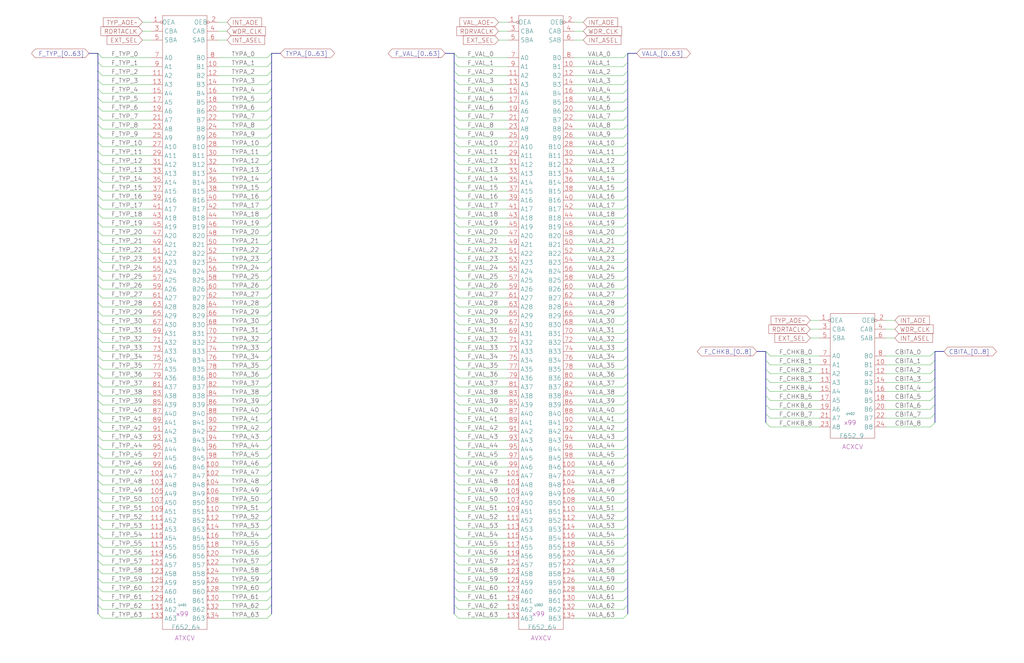
<source format=kicad_sch>
(kicad_sch (version 20230121) (generator eeschema)
  (paper "User" 584.2 378.46)
  (title_block (title "AXCVR\\nTYPE AND CHECKBITS") (date "08-MAR-90") (rev "0.0") (comment 1 "MEM32 BOARD") (comment 2 "232-003066") (comment 3 "S400") (comment 4 "RELEASED"))
  (bus_entry (at 259.08 350.52) (size 2.54 2.54))
  (bus_entry (at 259.08 142.24) (size 2.54 2.54))
  (bus_entry (at 154.94 127) (size -2.54 2.54))
  (bus_entry (at 259.08 335.28) (size 2.54 2.54))
  (bus_entry (at 358.14 152.4) (size -2.54 2.54))
  (bus_entry (at 259.08 116.84) (size 2.54 2.54))
  (bus_entry (at 358.14 45.72) (size -2.54 2.54))
  (bus_entry (at 55.88 309.88) (size 2.54 2.54))
  (bus_entry (at 154.94 218.44) (size -2.54 2.54))
  (bus_entry (at 154.94 162.56) (size -2.54 2.54))
  (bus_entry (at 358.14 71.12) (size -2.54 2.54))
  (bus_entry (at 358.14 177.8) (size -2.54 2.54))
  (bus_entry (at 436.88 220.98) (size 2.54 2.54))
  (bus_entry (at 358.14 167.64) (size -2.54 2.54))
  (bus_entry (at 154.94 101.6) (size -2.54 2.54))
  (bus_entry (at 55.88 340.36) (size 2.54 2.54))
  (bus_entry (at 259.08 157.48) (size 2.54 2.54))
  (bus_entry (at 55.88 254) (size 2.54 2.54))
  (bus_entry (at 259.08 30.48) (size 2.54 2.54))
  (bus_entry (at 154.94 203.2) (size -2.54 2.54))
  (bus_entry (at 358.14 157.48) (size -2.54 2.54))
  (bus_entry (at 358.14 274.32) (size -2.54 2.54))
  (bus_entry (at 55.88 45.72) (size 2.54 2.54))
  (bus_entry (at 55.88 177.8) (size 2.54 2.54))
  (bus_entry (at 259.08 187.96) (size 2.54 2.54))
  (bus_entry (at 259.08 50.8) (size 2.54 2.54))
  (bus_entry (at 55.88 187.96) (size 2.54 2.54))
  (bus_entry (at 55.88 167.64) (size 2.54 2.54))
  (bus_entry (at 436.88 241.3) (size 2.54 2.54))
  (bus_entry (at 259.08 314.96) (size 2.54 2.54))
  (bus_entry (at 154.94 147.32) (size -2.54 2.54))
  (bus_entry (at 55.88 106.68) (size 2.54 2.54))
  (bus_entry (at 358.14 330.2) (size -2.54 2.54))
  (bus_entry (at 358.14 213.36) (size -2.54 2.54))
  (bus_entry (at 358.14 86.36) (size -2.54 2.54))
  (bus_entry (at 259.08 254) (size 2.54 2.54))
  (bus_entry (at 358.14 259.08) (size -2.54 2.54))
  (bus_entry (at 154.94 152.4) (size -2.54 2.54))
  (bus_entry (at 358.14 284.48) (size -2.54 2.54))
  (bus_entry (at 55.88 259.08) (size 2.54 2.54))
  (bus_entry (at 154.94 193.04) (size -2.54 2.54))
  (bus_entry (at 358.14 40.64) (size -2.54 2.54))
  (bus_entry (at 154.94 208.28) (size -2.54 2.54))
  (bus_entry (at 259.08 259.08) (size 2.54 2.54))
  (bus_entry (at 55.88 116.84) (size 2.54 2.54))
  (bus_entry (at 154.94 177.8) (size -2.54 2.54))
  (bus_entry (at 55.88 304.8) (size 2.54 2.54))
  (bus_entry (at 358.14 116.84) (size -2.54 2.54))
  (bus_entry (at 55.88 279.4) (size 2.54 2.54))
  (bus_entry (at 259.08 320.04) (size 2.54 2.54))
  (bus_entry (at 436.88 205.74) (size 2.54 2.54))
  (bus_entry (at 154.94 228.6) (size -2.54 2.54))
  (bus_entry (at 358.14 172.72) (size -2.54 2.54))
  (bus_entry (at 259.08 325.12) (size 2.54 2.54))
  (bus_entry (at 259.08 76.2) (size 2.54 2.54))
  (bus_entry (at 55.88 152.4) (size 2.54 2.54))
  (bus_entry (at 55.88 162.56) (size 2.54 2.54))
  (bus_entry (at 358.14 304.8) (size -2.54 2.54))
  (bus_entry (at 55.88 142.24) (size 2.54 2.54))
  (bus_entry (at 154.94 314.96) (size -2.54 2.54))
  (bus_entry (at 154.94 172.72) (size -2.54 2.54))
  (bus_entry (at 55.88 96.52) (size 2.54 2.54))
  (bus_entry (at 55.88 76.2) (size 2.54 2.54))
  (bus_entry (at 154.94 111.76) (size -2.54 2.54))
  (bus_entry (at 358.14 35.56) (size -2.54 2.54))
  (bus_entry (at 154.94 309.88) (size -2.54 2.54))
  (bus_entry (at 358.14 325.12) (size -2.54 2.54))
  (bus_entry (at 259.08 309.88) (size 2.54 2.54))
  (bus_entry (at 55.88 269.24) (size 2.54 2.54))
  (bus_entry (at 358.14 289.56) (size -2.54 2.54))
  (bus_entry (at 55.88 91.44) (size 2.54 2.54))
  (bus_entry (at 154.94 40.64) (size -2.54 2.54))
  (bus_entry (at 55.88 147.32) (size 2.54 2.54))
  (bus_entry (at 154.94 279.4) (size -2.54 2.54))
  (bus_entry (at 436.88 231.14) (size 2.54 2.54))
  (bus_entry (at 358.14 111.76) (size -2.54 2.54))
  (bus_entry (at 358.14 162.56) (size -2.54 2.54))
  (bus_entry (at 154.94 223.52) (size -2.54 2.54))
  (bus_entry (at 55.88 157.48) (size 2.54 2.54))
  (bus_entry (at 154.94 294.64) (size -2.54 2.54))
  (bus_entry (at 154.94 157.48) (size -2.54 2.54))
  (bus_entry (at 55.88 330.2) (size 2.54 2.54))
  (bus_entry (at 358.14 254) (size -2.54 2.54))
  (bus_entry (at 358.14 147.32) (size -2.54 2.54))
  (bus_entry (at 259.08 45.72) (size 2.54 2.54))
  (bus_entry (at 358.14 228.6) (size -2.54 2.54))
  (bus_entry (at 55.88 218.44) (size 2.54 2.54))
  (bus_entry (at 55.88 325.12) (size 2.54 2.54))
  (bus_entry (at 154.94 45.72) (size -2.54 2.54))
  (bus_entry (at 358.14 182.88) (size -2.54 2.54))
  (bus_entry (at 55.88 284.48) (size 2.54 2.54))
  (bus_entry (at 358.14 279.4) (size -2.54 2.54))
  (bus_entry (at 154.94 330.2) (size -2.54 2.54))
  (bus_entry (at 358.14 132.08) (size -2.54 2.54))
  (bus_entry (at 55.88 213.36) (size 2.54 2.54))
  (bus_entry (at 358.14 50.8) (size -2.54 2.54))
  (bus_entry (at 55.88 127) (size 2.54 2.54))
  (bus_entry (at 259.08 127) (size 2.54 2.54))
  (bus_entry (at 154.94 35.56) (size -2.54 2.54))
  (bus_entry (at 259.08 182.88) (size 2.54 2.54))
  (bus_entry (at 259.08 213.36) (size 2.54 2.54))
  (bus_entry (at 358.14 66.04) (size -2.54 2.54))
  (bus_entry (at 154.94 50.8) (size -2.54 2.54))
  (bus_entry (at 358.14 335.28) (size -2.54 2.54))
  (bus_entry (at 358.14 233.68) (size -2.54 2.54))
  (bus_entry (at 154.94 248.92) (size -2.54 2.54))
  (bus_entry (at 154.94 335.28) (size -2.54 2.54))
  (bus_entry (at 154.94 106.68) (size -2.54 2.54))
  (bus_entry (at 358.14 208.28) (size -2.54 2.54))
  (bus_entry (at 154.94 345.44) (size -2.54 2.54))
  (bus_entry (at 358.14 60.96) (size -2.54 2.54))
  (bus_entry (at 436.88 226.06) (size 2.54 2.54))
  (bus_entry (at 358.14 294.64) (size -2.54 2.54))
  (bus_entry (at 154.94 269.24) (size -2.54 2.54))
  (bus_entry (at 259.08 111.76) (size 2.54 2.54))
  (bus_entry (at 154.94 137.16) (size -2.54 2.54))
  (bus_entry (at 55.88 121.92) (size 2.54 2.54))
  (bus_entry (at 55.88 182.88) (size 2.54 2.54))
  (bus_entry (at 154.94 96.52) (size -2.54 2.54))
  (bus_entry (at 259.08 299.72) (size 2.54 2.54))
  (bus_entry (at 259.08 71.12) (size 2.54 2.54))
  (bus_entry (at 154.94 187.96) (size -2.54 2.54))
  (bus_entry (at 358.14 198.12) (size -2.54 2.54))
  (bus_entry (at 259.08 304.8) (size 2.54 2.54))
  (bus_entry (at 259.08 330.2) (size 2.54 2.54))
  (bus_entry (at 358.14 223.52) (size -2.54 2.54))
  (bus_entry (at 358.14 193.04) (size -2.54 2.54))
  (bus_entry (at 358.14 314.96) (size -2.54 2.54))
  (bus_entry (at 358.14 248.92) (size -2.54 2.54))
  (bus_entry (at 259.08 203.2) (size 2.54 2.54))
  (bus_entry (at 55.88 299.72) (size 2.54 2.54))
  (bus_entry (at 358.14 187.96) (size -2.54 2.54))
  (bus_entry (at 259.08 233.68) (size 2.54 2.54))
  (bus_entry (at 154.94 60.96) (size -2.54 2.54))
  (bus_entry (at 259.08 66.04) (size 2.54 2.54))
  (bus_entry (at 55.88 223.52) (size 2.54 2.54))
  (bus_entry (at 533.4 226.06) (size -2.54 2.54))
  (bus_entry (at 154.94 274.32) (size -2.54 2.54))
  (bus_entry (at 55.88 111.76) (size 2.54 2.54))
  (bus_entry (at 533.4 205.74) (size -2.54 2.54))
  (bus_entry (at 259.08 284.48) (size 2.54 2.54))
  (bus_entry (at 154.94 66.04) (size -2.54 2.54))
  (bus_entry (at 436.88 236.22) (size 2.54 2.54))
  (bus_entry (at 259.08 218.44) (size 2.54 2.54))
  (bus_entry (at 154.94 233.68) (size -2.54 2.54))
  (bus_entry (at 436.88 210.82) (size 2.54 2.54))
  (bus_entry (at 55.88 289.56) (size 2.54 2.54))
  (bus_entry (at 259.08 96.52) (size 2.54 2.54))
  (bus_entry (at 154.94 340.36) (size -2.54 2.54))
  (bus_entry (at 55.88 314.96) (size 2.54 2.54))
  (bus_entry (at 154.94 86.36) (size -2.54 2.54))
  (bus_entry (at 259.08 60.96) (size 2.54 2.54))
  (bus_entry (at 533.4 236.22) (size -2.54 2.54))
  (bus_entry (at 358.14 340.36) (size -2.54 2.54))
  (bus_entry (at 259.08 243.84) (size 2.54 2.54))
  (bus_entry (at 55.88 345.44) (size 2.54 2.54))
  (bus_entry (at 154.94 132.08) (size -2.54 2.54))
  (bus_entry (at 55.88 294.64) (size 2.54 2.54))
  (bus_entry (at 154.94 91.44) (size -2.54 2.54))
  (bus_entry (at 259.08 177.8) (size 2.54 2.54))
  (bus_entry (at 154.94 55.88) (size -2.54 2.54))
  (bus_entry (at 55.88 30.48) (size 2.54 2.54))
  (bus_entry (at 55.88 50.8) (size 2.54 2.54))
  (bus_entry (at 55.88 320.04) (size 2.54 2.54))
  (bus_entry (at 55.88 208.28) (size 2.54 2.54))
  (bus_entry (at 55.88 233.68) (size 2.54 2.54))
  (bus_entry (at 55.88 198.12) (size 2.54 2.54))
  (bus_entry (at 259.08 345.44) (size 2.54 2.54))
  (bus_entry (at 55.88 243.84) (size 2.54 2.54))
  (bus_entry (at 358.14 350.52) (size -2.54 2.54))
  (bus_entry (at 259.08 340.36) (size 2.54 2.54))
  (bus_entry (at 259.08 55.88) (size 2.54 2.54))
  (bus_entry (at 259.08 294.64) (size 2.54 2.54))
  (bus_entry (at 358.14 203.2) (size -2.54 2.54))
  (bus_entry (at 358.14 127) (size -2.54 2.54))
  (bus_entry (at 55.88 172.72) (size 2.54 2.54))
  (bus_entry (at 154.94 238.76) (size -2.54 2.54))
  (bus_entry (at 154.94 198.12) (size -2.54 2.54))
  (bus_entry (at 533.4 220.98) (size -2.54 2.54))
  (bus_entry (at 259.08 274.32) (size 2.54 2.54))
  (bus_entry (at 154.94 299.72) (size -2.54 2.54))
  (bus_entry (at 154.94 264.16) (size -2.54 2.54))
  (bus_entry (at 533.4 231.14) (size -2.54 2.54))
  (bus_entry (at 259.08 289.56) (size 2.54 2.54))
  (bus_entry (at 358.14 320.04) (size -2.54 2.54))
  (bus_entry (at 259.08 152.4) (size 2.54 2.54))
  (bus_entry (at 259.08 40.64) (size 2.54 2.54))
  (bus_entry (at 55.88 60.96) (size 2.54 2.54))
  (bus_entry (at 154.94 81.28) (size -2.54 2.54))
  (bus_entry (at 55.88 101.6) (size 2.54 2.54))
  (bus_entry (at 436.88 215.9) (size 2.54 2.54))
  (bus_entry (at 259.08 228.6) (size 2.54 2.54))
  (bus_entry (at 55.88 228.6) (size 2.54 2.54))
  (bus_entry (at 154.94 142.24) (size -2.54 2.54))
  (bus_entry (at 55.88 40.64) (size 2.54 2.54))
  (bus_entry (at 55.88 264.16) (size 2.54 2.54))
  (bus_entry (at 55.88 335.28) (size 2.54 2.54))
  (bus_entry (at 259.08 132.08) (size 2.54 2.54))
  (bus_entry (at 259.08 91.44) (size 2.54 2.54))
  (bus_entry (at 358.14 309.88) (size -2.54 2.54))
  (bus_entry (at 358.14 55.88) (size -2.54 2.54))
  (bus_entry (at 55.88 71.12) (size 2.54 2.54))
  (bus_entry (at 533.4 215.9) (size -2.54 2.54))
  (bus_entry (at 259.08 86.36) (size 2.54 2.54))
  (bus_entry (at 533.4 210.82) (size -2.54 2.54))
  (bus_entry (at 259.08 81.28) (size 2.54 2.54))
  (bus_entry (at 358.14 101.6) (size -2.54 2.54))
  (bus_entry (at 259.08 223.52) (size 2.54 2.54))
  (bus_entry (at 55.88 81.28) (size 2.54 2.54))
  (bus_entry (at 358.14 299.72) (size -2.54 2.54))
  (bus_entry (at 154.94 71.12) (size -2.54 2.54))
  (bus_entry (at 154.94 213.36) (size -2.54 2.54))
  (bus_entry (at 154.94 304.8) (size -2.54 2.54))
  (bus_entry (at 259.08 137.16) (size 2.54 2.54))
  (bus_entry (at 358.14 137.16) (size -2.54 2.54))
  (bus_entry (at 259.08 264.16) (size 2.54 2.54))
  (bus_entry (at 358.14 76.2) (size -2.54 2.54))
  (bus_entry (at 259.08 208.28) (size 2.54 2.54))
  (bus_entry (at 259.08 106.68) (size 2.54 2.54))
  (bus_entry (at 358.14 81.28) (size -2.54 2.54))
  (bus_entry (at 55.88 137.16) (size 2.54 2.54))
  (bus_entry (at 533.4 241.3) (size -2.54 2.54))
  (bus_entry (at 154.94 320.04) (size -2.54 2.54))
  (bus_entry (at 358.14 121.92) (size -2.54 2.54))
  (bus_entry (at 259.08 121.92) (size 2.54 2.54))
  (bus_entry (at 55.88 238.76) (size 2.54 2.54))
  (bus_entry (at 358.14 269.24) (size -2.54 2.54))
  (bus_entry (at 259.08 172.72) (size 2.54 2.54))
  (bus_entry (at 358.14 30.48) (size -2.54 2.54))
  (bus_entry (at 55.88 203.2) (size 2.54 2.54))
  (bus_entry (at 358.14 218.44) (size -2.54 2.54))
  (bus_entry (at 55.88 86.36) (size 2.54 2.54))
  (bus_entry (at 358.14 96.52) (size -2.54 2.54))
  (bus_entry (at 55.88 274.32) (size 2.54 2.54))
  (bus_entry (at 154.94 289.56) (size -2.54 2.54))
  (bus_entry (at 358.14 243.84) (size -2.54 2.54))
  (bus_entry (at 259.08 167.64) (size 2.54 2.54))
  (bus_entry (at 358.14 238.76) (size -2.54 2.54))
  (bus_entry (at 154.94 30.48) (size -2.54 2.54))
  (bus_entry (at 154.94 350.52) (size -2.54 2.54))
  (bus_entry (at 154.94 76.2) (size -2.54 2.54))
  (bus_entry (at 358.14 264.16) (size -2.54 2.54))
  (bus_entry (at 259.08 101.6) (size 2.54 2.54))
  (bus_entry (at 154.94 284.48) (size -2.54 2.54))
  (bus_entry (at 55.88 248.92) (size 2.54 2.54))
  (bus_entry (at 154.94 243.84) (size -2.54 2.54))
  (bus_entry (at 358.14 142.24) (size -2.54 2.54))
  (bus_entry (at 259.08 198.12) (size 2.54 2.54))
  (bus_entry (at 259.08 238.76) (size 2.54 2.54))
  (bus_entry (at 259.08 147.32) (size 2.54 2.54))
  (bus_entry (at 259.08 193.04) (size 2.54 2.54))
  (bus_entry (at 259.08 35.56) (size 2.54 2.54))
  (bus_entry (at 358.14 91.44) (size -2.54 2.54))
  (bus_entry (at 154.94 121.92) (size -2.54 2.54))
  (bus_entry (at 533.4 200.66) (size -2.54 2.54))
  (bus_entry (at 259.08 162.56) (size 2.54 2.54))
  (bus_entry (at 154.94 325.12) (size -2.54 2.54))
  (bus_entry (at 436.88 200.66) (size 2.54 2.54))
  (bus_entry (at 154.94 259.08) (size -2.54 2.54))
  (bus_entry (at 55.88 132.08) (size 2.54 2.54))
  (bus_entry (at 154.94 167.64) (size -2.54 2.54))
  (bus_entry (at 358.14 106.68) (size -2.54 2.54))
  (bus_entry (at 259.08 279.4) (size 2.54 2.54))
  (bus_entry (at 55.88 350.52) (size 2.54 2.54))
  (bus_entry (at 259.08 269.24) (size 2.54 2.54))
  (bus_entry (at 55.88 193.04) (size 2.54 2.54))
  (bus_entry (at 55.88 35.56) (size 2.54 2.54))
  (bus_entry (at 259.08 248.92) (size 2.54 2.54))
  (bus_entry (at 154.94 254) (size -2.54 2.54))
  (bus_entry (at 55.88 66.04) (size 2.54 2.54))
  (bus_entry (at 154.94 182.88) (size -2.54 2.54))
  (bus_entry (at 55.88 55.88) (size 2.54 2.54))
  (bus_entry (at 358.14 345.44) (size -2.54 2.54))
  (bus_entry (at 154.94 116.84) (size -2.54 2.54))
  (wire (pts (xy 124.46 337.82) (xy 152.4 337.82)))
  (bus (pts (xy 259.08 137.16) (xy 259.08 142.24)))
  (bus (pts (xy 55.88 121.92) (xy 55.88 127)))
  (bus (pts (xy 259.08 81.28) (xy 259.08 86.36)))
  (bus (pts (xy 55.88 147.32) (xy 55.88 152.4)))
  (wire (pts (xy 124.46 88.9) (xy 152.4 88.9)))
  (bus (pts (xy 154.94 157.48) (xy 154.94 162.56)))
  (wire (pts (xy 327.66 48.26) (xy 355.6 48.26)))
  (wire (pts (xy 327.66 124.46) (xy 355.6 124.46)))
  (bus (pts (xy 55.88 50.8) (xy 55.88 55.88)))
  (bus (pts (xy 533.4 236.22) (xy 533.4 241.3)))
  (wire (pts (xy 261.62 175.26) (xy 289.56 175.26)))
  (bus (pts (xy 358.14 137.16) (xy 358.14 142.24)))
  (wire (pts (xy 327.66 134.62) (xy 355.6 134.62)))
  (wire (pts (xy 261.62 317.5) (xy 289.56 317.5)))
  (bus (pts (xy 259.08 208.28) (xy 259.08 213.36)))
  (wire (pts (xy 261.62 236.22) (xy 289.56 236.22)))
  (wire (pts (xy 327.66 347.98) (xy 355.6 347.98)))
  (bus (pts (xy 259.08 340.36) (xy 259.08 345.44)))
  (wire (pts (xy 327.66 215.9) (xy 355.6 215.9)))
  (bus (pts (xy 436.88 220.98) (xy 436.88 226.06)))
  (wire (pts (xy 261.62 226.06) (xy 289.56 226.06)))
  (bus (pts (xy 538.48 200.66) (xy 533.4 200.66)))
  (wire (pts (xy 58.42 48.26) (xy 86.36 48.26)))
  (bus (pts (xy 259.08 335.28) (xy 259.08 340.36)))
  (bus (pts (xy 55.88 218.44) (xy 55.88 223.52)))
  (wire (pts (xy 327.66 342.9) (xy 355.6 342.9)))
  (wire (pts (xy 58.42 180.34) (xy 86.36 180.34)))
  (bus (pts (xy 259.08 91.44) (xy 259.08 96.52)))
  (bus (pts (xy 259.08 330.2) (xy 259.08 335.28)))
  (wire (pts (xy 505.46 213.36) (xy 530.86 213.36)))
  (bus (pts (xy 358.14 294.64) (xy 358.14 299.72)))
  (bus (pts (xy 259.08 147.32) (xy 259.08 152.4)))
  (bus (pts (xy 358.14 218.44) (xy 358.14 223.52)))
  (bus (pts (xy 358.14 116.84) (xy 358.14 121.92)))
  (wire (pts (xy 261.62 322.58) (xy 289.56 322.58)))
  (wire (pts (xy 124.46 241.3) (xy 152.4 241.3)))
  (bus (pts (xy 259.08 289.56) (xy 259.08 294.64)))
  (bus (pts (xy 259.08 223.52) (xy 259.08 228.6)))
  (bus (pts (xy 358.14 96.52) (xy 358.14 101.6)))
  (wire (pts (xy 284.48 17.78) (xy 289.56 17.78)))
  (bus (pts (xy 55.88 279.4) (xy 55.88 284.48)))
  (wire (pts (xy 124.46 73.66) (xy 152.4 73.66)))
  (wire (pts (xy 261.62 307.34) (xy 289.56 307.34)))
  (wire (pts (xy 124.46 109.22) (xy 152.4 109.22)))
  (wire (pts (xy 124.46 185.42) (xy 152.4 185.42)))
  (wire (pts (xy 261.62 190.5) (xy 289.56 190.5)))
  (wire (pts (xy 58.42 297.18) (xy 86.36 297.18)))
  (bus (pts (xy 55.88 233.68) (xy 55.88 238.76)))
  (bus (pts (xy 55.88 60.96) (xy 55.88 66.04)))
  (wire (pts (xy 261.62 53.34) (xy 289.56 53.34)))
  (wire (pts (xy 58.42 215.9) (xy 86.36 215.9)))
  (wire (pts (xy 58.42 109.22) (xy 86.36 109.22)))
  (bus (pts (xy 154.94 177.8) (xy 154.94 182.88)))
  (bus (pts (xy 55.88 228.6) (xy 55.88 233.68)))
  (bus (pts (xy 259.08 142.24) (xy 259.08 147.32)))
  (bus (pts (xy 259.08 294.64) (xy 259.08 299.72)))
  (wire (pts (xy 58.42 281.94) (xy 86.36 281.94)))
  (bus (pts (xy 259.08 116.84) (xy 259.08 121.92)))
  (bus (pts (xy 358.14 259.08) (xy 358.14 264.16)))
  (bus (pts (xy 55.88 340.36) (xy 55.88 345.44)))
  (bus (pts (xy 154.94 167.64) (xy 154.94 172.72)))
  (wire (pts (xy 58.42 312.42) (xy 86.36 312.42)))
  (bus (pts (xy 55.88 304.8) (xy 55.88 309.88)))
  (bus (pts (xy 358.14 243.84) (xy 358.14 248.92)))
  (wire (pts (xy 327.66 43.18) (xy 355.6 43.18)))
  (bus (pts (xy 154.94 198.12) (xy 154.94 203.2)))
  (bus (pts (xy 154.94 320.04) (xy 154.94 325.12)))
  (wire (pts (xy 124.46 149.86) (xy 152.4 149.86)))
  (wire (pts (xy 261.62 68.58) (xy 289.56 68.58)))
  (wire (pts (xy 439.42 218.44) (xy 467.36 218.44)))
  (wire (pts (xy 261.62 342.9) (xy 289.56 342.9)))
  (wire (pts (xy 124.46 48.26) (xy 152.4 48.26)))
  (wire (pts (xy 327.66 246.38) (xy 355.6 246.38)))
  (bus (pts (xy 55.88 96.52) (xy 55.88 101.6)))
  (bus (pts (xy 259.08 233.68) (xy 259.08 238.76)))
  (wire (pts (xy 58.42 190.5) (xy 86.36 190.5)))
  (wire (pts (xy 505.46 243.84) (xy 530.86 243.84)))
  (bus (pts (xy 358.14 248.92) (xy 358.14 254)))
  (bus (pts (xy 55.88 314.96) (xy 55.88 320.04)))
  (wire (pts (xy 58.42 73.66) (xy 86.36 73.66)))
  (bus (pts (xy 259.08 101.6) (xy 259.08 106.68)))
  (bus (pts (xy 154.94 86.36) (xy 154.94 91.44)))
  (wire (pts (xy 505.46 218.44) (xy 530.86 218.44)))
  (bus (pts (xy 259.08 172.72) (xy 259.08 177.8)))
  (bus (pts (xy 55.88 177.8) (xy 55.88 182.88)))
  (wire (pts (xy 124.46 165.1) (xy 152.4 165.1)))
  (wire (pts (xy 327.66 322.58) (xy 355.6 322.58)))
  (bus (pts (xy 259.08 320.04) (xy 259.08 325.12)))
  (wire (pts (xy 58.42 78.74) (xy 86.36 78.74)))
  (bus (pts (xy 358.14 101.6) (xy 358.14 106.68)))
  (wire (pts (xy 327.66 200.66) (xy 355.6 200.66)))
  (bus (pts (xy 154.94 132.08) (xy 154.94 137.16)))
  (bus (pts (xy 259.08 111.76) (xy 259.08 116.84)))
  (wire (pts (xy 261.62 149.86) (xy 289.56 149.86)))
  (wire (pts (xy 261.62 297.18) (xy 289.56 297.18)))
  (wire (pts (xy 327.66 160.02) (xy 355.6 160.02)))
  (wire (pts (xy 327.66 287.02) (xy 355.6 287.02)))
  (wire (pts (xy 439.42 238.76) (xy 467.36 238.76)))
  (wire (pts (xy 124.46 175.26) (xy 152.4 175.26)))
  (bus (pts (xy 358.14 106.68) (xy 358.14 111.76)))
  (bus (pts (xy 358.14 320.04) (xy 358.14 325.12)))
  (wire (pts (xy 261.62 210.82) (xy 289.56 210.82)))
  (wire (pts (xy 327.66 139.7) (xy 355.6 139.7)))
  (bus (pts (xy 358.14 213.36) (xy 358.14 218.44)))
  (wire (pts (xy 81.28 12.7) (xy 86.36 12.7)))
  (wire (pts (xy 327.66 93.98) (xy 355.6 93.98)))
  (wire (pts (xy 327.66 114.3) (xy 355.6 114.3)))
  (bus (pts (xy 358.14 76.2) (xy 358.14 81.28)))
  (bus (pts (xy 55.88 157.48) (xy 55.88 162.56)))
  (bus (pts (xy 259.08 248.92) (xy 259.08 254)))
  (bus (pts (xy 154.94 309.88) (xy 154.94 314.96)))
  (wire (pts (xy 124.46 160.02) (xy 152.4 160.02)))
  (bus (pts (xy 55.88 264.16) (xy 55.88 269.24)))
  (wire (pts (xy 124.46 297.18) (xy 152.4 297.18)))
  (bus (pts (xy 436.88 210.82) (xy 436.88 215.9)))
  (bus (pts (xy 533.4 220.98) (xy 533.4 226.06)))
  (wire (pts (xy 261.62 139.7) (xy 289.56 139.7)))
  (bus (pts (xy 154.94 116.84) (xy 154.94 121.92)))
  (wire (pts (xy 261.62 73.66) (xy 289.56 73.66)))
  (bus (pts (xy 154.94 345.44) (xy 154.94 350.52)))
  (wire (pts (xy 124.46 266.7) (xy 152.4 266.7)))
  (wire (pts (xy 261.62 88.9) (xy 289.56 88.9)))
  (wire (pts (xy 124.46 83.82) (xy 152.4 83.82)))
  (wire (pts (xy 327.66 104.14) (xy 355.6 104.14)))
  (wire (pts (xy 124.46 342.9) (xy 152.4 342.9)))
  (wire (pts (xy 124.46 99.06) (xy 152.4 99.06)))
  (bus (pts (xy 358.14 91.44) (xy 358.14 96.52)))
  (wire (pts (xy 261.62 93.98) (xy 289.56 93.98)))
  (wire (pts (xy 261.62 292.1) (xy 289.56 292.1)))
  (wire (pts (xy 327.66 190.5) (xy 355.6 190.5)))
  (bus (pts (xy 154.94 106.68) (xy 154.94 111.76)))
  (bus (pts (xy 259.08 76.2) (xy 259.08 81.28)))
  (wire (pts (xy 327.66 129.54) (xy 355.6 129.54)))
  (wire (pts (xy 124.46 180.34) (xy 152.4 180.34)))
  (wire (pts (xy 462.28 182.88) (xy 467.36 182.88)))
  (wire (pts (xy 124.46 322.58) (xy 152.4 322.58)))
  (wire (pts (xy 58.42 220.98) (xy 86.36 220.98)))
  (bus (pts (xy 358.14 66.04) (xy 358.14 71.12)))
  (wire (pts (xy 261.62 78.74) (xy 289.56 78.74)))
  (wire (pts (xy 124.46 226.06) (xy 152.4 226.06)))
  (bus (pts (xy 358.14 228.6) (xy 358.14 233.68)))
  (wire (pts (xy 327.66 276.86) (xy 355.6 276.86)))
  (bus (pts (xy 160.02 30.48) (xy 154.94 30.48)))
  (bus (pts (xy 154.94 340.36) (xy 154.94 345.44)))
  (wire (pts (xy 261.62 312.42) (xy 289.56 312.42)))
  (wire (pts (xy 58.42 271.78) (xy 86.36 271.78)))
  (bus (pts (xy 154.94 314.96) (xy 154.94 320.04)))
  (bus (pts (xy 154.94 254) (xy 154.94 259.08)))
  (wire (pts (xy 327.66 22.86) (xy 332.74 22.86)))
  (bus (pts (xy 358.14 208.28) (xy 358.14 213.36)))
  (bus (pts (xy 259.08 60.96) (xy 259.08 66.04)))
  (wire (pts (xy 261.62 83.82) (xy 289.56 83.82)))
  (wire (pts (xy 261.62 231.14) (xy 289.56 231.14)))
  (wire (pts (xy 124.46 119.38) (xy 152.4 119.38)))
  (wire (pts (xy 58.42 104.14) (xy 86.36 104.14)))
  (bus (pts (xy 55.88 142.24) (xy 55.88 147.32)))
  (wire (pts (xy 124.46 68.58) (xy 152.4 68.58)))
  (wire (pts (xy 124.46 332.74) (xy 152.4 332.74)))
  (bus (pts (xy 55.88 91.44) (xy 55.88 96.52)))
  (bus (pts (xy 154.94 294.64) (xy 154.94 299.72)))
  (wire (pts (xy 505.46 208.28) (xy 530.86 208.28)))
  (wire (pts (xy 261.62 134.62) (xy 289.56 134.62)))
  (wire (pts (xy 327.66 165.1) (xy 355.6 165.1)))
  (bus (pts (xy 55.88 81.28) (xy 55.88 86.36)))
  (bus (pts (xy 154.94 111.76) (xy 154.94 116.84)))
  (wire (pts (xy 327.66 175.26) (xy 355.6 175.26)))
  (bus (pts (xy 154.94 137.16) (xy 154.94 142.24)))
  (wire (pts (xy 261.62 327.66) (xy 289.56 327.66)))
  (wire (pts (xy 124.46 312.42) (xy 152.4 312.42)))
  (wire (pts (xy 327.66 73.66) (xy 355.6 73.66)))
  (wire (pts (xy 124.46 58.42) (xy 152.4 58.42)))
  (wire (pts (xy 58.42 154.94) (xy 86.36 154.94)))
  (wire (pts (xy 124.46 17.78) (xy 129.54 17.78)))
  (wire (pts (xy 327.66 205.74) (xy 355.6 205.74)))
  (wire (pts (xy 124.46 281.94) (xy 152.4 281.94)))
  (wire (pts (xy 439.42 228.6) (xy 467.36 228.6)))
  (wire (pts (xy 327.66 12.7) (xy 332.74 12.7)))
  (bus (pts (xy 154.94 121.92) (xy 154.94 127)))
  (bus (pts (xy 533.4 226.06) (xy 533.4 231.14)))
  (wire (pts (xy 327.66 99.06) (xy 355.6 99.06)))
  (bus (pts (xy 259.08 121.92) (xy 259.08 127)))
  (bus (pts (xy 358.14 60.96) (xy 358.14 66.04)))
  (wire (pts (xy 124.46 271.78) (xy 152.4 271.78)))
  (bus (pts (xy 55.88 330.2) (xy 55.88 335.28)))
  (bus (pts (xy 259.08 45.72) (xy 259.08 50.8)))
  (wire (pts (xy 261.62 353.06) (xy 289.56 353.06)))
  (bus (pts (xy 154.94 45.72) (xy 154.94 50.8)))
  (wire (pts (xy 81.28 17.78) (xy 86.36 17.78)))
  (wire (pts (xy 327.66 302.26) (xy 355.6 302.26)))
  (bus (pts (xy 259.08 193.04) (xy 259.08 198.12)))
  (wire (pts (xy 124.46 246.38) (xy 152.4 246.38)))
  (bus (pts (xy 50.8 30.48) (xy 55.88 30.48)))
  (bus (pts (xy 154.94 91.44) (xy 154.94 96.52)))
  (wire (pts (xy 58.42 119.38) (xy 86.36 119.38)))
  (bus (pts (xy 154.94 208.28) (xy 154.94 213.36)))
  (wire (pts (xy 327.66 256.54) (xy 355.6 256.54)))
  (bus (pts (xy 55.88 238.76) (xy 55.88 243.84)))
  (wire (pts (xy 261.62 63.5) (xy 289.56 63.5)))
  (wire (pts (xy 261.62 180.34) (xy 289.56 180.34)))
  (wire (pts (xy 58.42 63.5) (xy 86.36 63.5)))
  (bus (pts (xy 358.14 299.72) (xy 358.14 304.8)))
  (bus (pts (xy 436.88 200.66) (xy 436.88 205.74)))
  (wire (pts (xy 327.66 210.82) (xy 355.6 210.82)))
  (wire (pts (xy 58.42 241.3) (xy 86.36 241.3)))
  (wire (pts (xy 327.66 266.7) (xy 355.6 266.7)))
  (wire (pts (xy 505.46 187.96) (xy 510.54 187.96)))
  (bus (pts (xy 254 30.48) (xy 259.08 30.48)))
  (wire (pts (xy 58.42 53.34) (xy 86.36 53.34)))
  (wire (pts (xy 58.42 210.82) (xy 86.36 210.82)))
  (wire (pts (xy 124.46 302.26) (xy 152.4 302.26)))
  (bus (pts (xy 259.08 40.64) (xy 259.08 45.72)))
  (bus (pts (xy 55.88 137.16) (xy 55.88 142.24)))
  (wire (pts (xy 58.42 200.66) (xy 86.36 200.66)))
  (wire (pts (xy 124.46 139.7) (xy 152.4 139.7)))
  (bus (pts (xy 259.08 127) (xy 259.08 132.08)))
  (bus (pts (xy 154.94 264.16) (xy 154.94 269.24)))
  (bus (pts (xy 259.08 269.24) (xy 259.08 274.32)))
  (bus (pts (xy 259.08 274.32) (xy 259.08 279.4)))
  (bus (pts (xy 358.14 335.28) (xy 358.14 340.36)))
  (bus (pts (xy 154.94 269.24) (xy 154.94 274.32)))
  (bus (pts (xy 259.08 50.8) (xy 259.08 55.88)))
  (wire (pts (xy 124.46 236.22) (xy 152.4 236.22)))
  (wire (pts (xy 124.46 114.3) (xy 152.4 114.3)))
  (wire (pts (xy 327.66 83.82) (xy 355.6 83.82)))
  (wire (pts (xy 327.66 292.1) (xy 355.6 292.1)))
  (bus (pts (xy 55.88 294.64) (xy 55.88 299.72)))
  (bus (pts (xy 259.08 157.48) (xy 259.08 162.56)))
  (wire (pts (xy 261.62 256.54) (xy 289.56 256.54)))
  (bus (pts (xy 363.22 30.48) (xy 358.14 30.48)))
  (wire (pts (xy 58.42 256.54) (xy 86.36 256.54)))
  (wire (pts (xy 58.42 68.58) (xy 86.36 68.58)))
  (bus (pts (xy 358.14 203.2) (xy 358.14 208.28)))
  (wire (pts (xy 261.62 114.3) (xy 289.56 114.3)))
  (wire (pts (xy 462.28 187.96) (xy 467.36 187.96)))
  (bus (pts (xy 55.88 335.28) (xy 55.88 340.36)))
  (wire (pts (xy 327.66 271.78) (xy 355.6 271.78)))
  (bus (pts (xy 55.88 203.2) (xy 55.88 208.28)))
  (wire (pts (xy 124.46 317.5) (xy 152.4 317.5)))
  (bus (pts (xy 55.88 55.88) (xy 55.88 60.96)))
  (wire (pts (xy 327.66 144.78) (xy 355.6 144.78)))
  (bus (pts (xy 259.08 243.84) (xy 259.08 248.92)))
  (bus (pts (xy 259.08 228.6) (xy 259.08 233.68)))
  (bus (pts (xy 436.88 205.74) (xy 436.88 210.82)))
  (wire (pts (xy 58.42 307.34) (xy 86.36 307.34)))
  (wire (pts (xy 124.46 43.18) (xy 152.4 43.18)))
  (wire (pts (xy 124.46 33.02) (xy 152.4 33.02)))
  (bus (pts (xy 55.88 167.64) (xy 55.88 172.72)))
  (bus (pts (xy 259.08 299.72) (xy 259.08 304.8)))
  (wire (pts (xy 505.46 182.88) (xy 510.54 182.88)))
  (wire (pts (xy 327.66 261.62) (xy 355.6 261.62)))
  (wire (pts (xy 124.46 104.14) (xy 152.4 104.14)))
  (bus (pts (xy 154.94 279.4) (xy 154.94 284.48)))
  (wire (pts (xy 261.62 200.66) (xy 289.56 200.66)))
  (bus (pts (xy 154.94 325.12) (xy 154.94 330.2)))
  (wire (pts (xy 261.62 347.98) (xy 289.56 347.98)))
  (bus (pts (xy 55.88 66.04) (xy 55.88 71.12)))
  (wire (pts (xy 261.62 33.02) (xy 289.56 33.02)))
  (wire (pts (xy 58.42 236.22) (xy 86.36 236.22)))
  (wire (pts (xy 327.66 241.3) (xy 355.6 241.3)))
  (bus (pts (xy 259.08 162.56) (xy 259.08 167.64)))
  (bus (pts (xy 358.14 274.32) (xy 358.14 279.4)))
  (bus (pts (xy 358.14 50.8) (xy 358.14 55.88)))
  (bus (pts (xy 358.14 309.88) (xy 358.14 314.96)))
  (wire (pts (xy 261.62 48.26) (xy 289.56 48.26)))
  (wire (pts (xy 261.62 129.54) (xy 289.56 129.54)))
  (bus (pts (xy 259.08 279.4) (xy 259.08 284.48)))
  (bus (pts (xy 154.94 182.88) (xy 154.94 187.96)))
  (wire (pts (xy 124.46 93.98) (xy 152.4 93.98)))
  (bus (pts (xy 55.88 193.04) (xy 55.88 198.12)))
  (wire (pts (xy 261.62 266.7) (xy 289.56 266.7)))
  (bus (pts (xy 358.14 330.2) (xy 358.14 335.28)))
  (wire (pts (xy 505.46 223.52) (xy 530.86 223.52)))
  (wire (pts (xy 124.46 134.62) (xy 152.4 134.62)))
  (wire (pts (xy 58.42 149.86) (xy 86.36 149.86)))
  (bus (pts (xy 259.08 218.44) (xy 259.08 223.52)))
  (wire (pts (xy 327.66 251.46) (xy 355.6 251.46)))
  (bus (pts (xy 259.08 55.88) (xy 259.08 60.96)))
  (wire (pts (xy 261.62 124.46) (xy 289.56 124.46)))
  (bus (pts (xy 358.14 162.56) (xy 358.14 167.64)))
  (wire (pts (xy 58.42 175.26) (xy 86.36 175.26)))
  (wire (pts (xy 327.66 332.74) (xy 355.6 332.74)))
  (bus (pts (xy 358.14 152.4) (xy 358.14 157.48)))
  (wire (pts (xy 327.66 337.82) (xy 355.6 337.82)))
  (wire (pts (xy 124.46 78.74) (xy 152.4 78.74)))
  (wire (pts (xy 261.62 185.42) (xy 289.56 185.42)))
  (bus (pts (xy 55.88 86.36) (xy 55.88 91.44)))
  (wire (pts (xy 58.42 246.38) (xy 86.36 246.38)))
  (wire (pts (xy 261.62 165.1) (xy 289.56 165.1)))
  (wire (pts (xy 124.46 353.06) (xy 152.4 353.06)))
  (bus (pts (xy 154.94 213.36) (xy 154.94 218.44)))
  (bus (pts (xy 55.88 248.92) (xy 55.88 254)))
  (wire (pts (xy 124.46 256.54) (xy 152.4 256.54)))
  (wire (pts (xy 261.62 154.94) (xy 289.56 154.94)))
  (wire (pts (xy 261.62 58.42) (xy 289.56 58.42)))
  (bus (pts (xy 259.08 182.88) (xy 259.08 187.96)))
  (bus (pts (xy 154.94 259.08) (xy 154.94 264.16)))
  (bus (pts (xy 154.94 330.2) (xy 154.94 335.28)))
  (wire (pts (xy 124.46 12.7) (xy 129.54 12.7)))
  (wire (pts (xy 261.62 302.26) (xy 289.56 302.26)))
  (wire (pts (xy 505.46 233.68) (xy 530.86 233.68)))
  (bus (pts (xy 358.14 269.24) (xy 358.14 274.32)))
  (bus (pts (xy 55.88 116.84) (xy 55.88 121.92)))
  (bus (pts (xy 154.94 289.56) (xy 154.94 294.64)))
  (wire (pts (xy 58.42 88.9) (xy 86.36 88.9)))
  (bus (pts (xy 55.88 309.88) (xy 55.88 314.96)))
  (bus (pts (xy 55.88 71.12) (xy 55.88 76.2)))
  (bus (pts (xy 154.94 193.04) (xy 154.94 198.12)))
  (bus (pts (xy 358.14 86.36) (xy 358.14 91.44)))
  (bus (pts (xy 358.14 121.92) (xy 358.14 127)))
  (wire (pts (xy 124.46 251.46) (xy 152.4 251.46)))
  (wire (pts (xy 261.62 38.1) (xy 289.56 38.1)))
  (bus (pts (xy 154.94 50.8) (xy 154.94 55.88)))
  (bus (pts (xy 55.88 320.04) (xy 55.88 325.12)))
  (bus (pts (xy 259.08 152.4) (xy 259.08 157.48)))
  (wire (pts (xy 58.42 266.7) (xy 86.36 266.7)))
  (bus (pts (xy 259.08 309.88) (xy 259.08 314.96)))
  (wire (pts (xy 58.42 322.58) (xy 86.36 322.58)))
  (wire (pts (xy 58.42 185.42) (xy 86.36 185.42)))
  (wire (pts (xy 58.42 317.5) (xy 86.36 317.5)))
  (wire (pts (xy 261.62 205.74) (xy 289.56 205.74)))
  (wire (pts (xy 124.46 195.58) (xy 152.4 195.58)))
  (wire (pts (xy 327.66 231.14) (xy 355.6 231.14)))
  (bus (pts (xy 358.14 157.48) (xy 358.14 162.56)))
  (wire (pts (xy 124.46 210.82) (xy 152.4 210.82)))
  (wire (pts (xy 261.62 43.18) (xy 289.56 43.18)))
  (wire (pts (xy 124.46 276.86) (xy 152.4 276.86)))
  (bus (pts (xy 154.94 71.12) (xy 154.94 76.2)))
  (wire (pts (xy 327.66 53.34) (xy 355.6 53.34)))
  (wire (pts (xy 124.46 129.54) (xy 152.4 129.54)))
  (wire (pts (xy 58.42 205.74) (xy 86.36 205.74)))
  (wire (pts (xy 261.62 195.58) (xy 289.56 195.58)))
  (wire (pts (xy 58.42 287.02) (xy 86.36 287.02)))
  (wire (pts (xy 327.66 226.06) (xy 355.6 226.06)))
  (wire (pts (xy 439.42 233.68) (xy 467.36 233.68)))
  (wire (pts (xy 284.48 12.7) (xy 289.56 12.7)))
  (wire (pts (xy 327.66 220.98) (xy 355.6 220.98)))
  (bus (pts (xy 154.94 299.72) (xy 154.94 304.8)))
  (bus (pts (xy 55.88 198.12) (xy 55.88 203.2)))
  (bus (pts (xy 533.4 210.82) (xy 533.4 215.9)))
  (bus (pts (xy 431.8 200.66) (xy 436.88 200.66)))
  (bus (pts (xy 154.94 304.8) (xy 154.94 309.88)))
  (bus (pts (xy 358.14 233.68) (xy 358.14 238.76)))
  (bus (pts (xy 259.08 96.52) (xy 259.08 101.6)))
  (bus (pts (xy 154.94 284.48) (xy 154.94 289.56)))
  (bus (pts (xy 259.08 304.8) (xy 259.08 309.88)))
  (wire (pts (xy 327.66 195.58) (xy 355.6 195.58)))
  (wire (pts (xy 58.42 58.42) (xy 86.36 58.42)))
  (wire (pts (xy 327.66 88.9) (xy 355.6 88.9)))
  (bus (pts (xy 55.88 45.72) (xy 55.88 50.8)))
  (bus (pts (xy 436.88 231.14) (xy 436.88 236.22)))
  (wire (pts (xy 284.48 22.86) (xy 289.56 22.86)))
  (wire (pts (xy 124.46 231.14) (xy 152.4 231.14)))
  (wire (pts (xy 261.62 241.3) (xy 289.56 241.3)))
  (wire (pts (xy 327.66 281.94) (xy 355.6 281.94)))
  (wire (pts (xy 58.42 38.1) (xy 86.36 38.1)))
  (bus (pts (xy 55.88 101.6) (xy 55.88 106.68)))
  (wire (pts (xy 58.42 99.06) (xy 86.36 99.06)))
  (bus (pts (xy 55.88 30.48) (xy 55.88 35.56)))
  (bus (pts (xy 358.14 279.4) (xy 358.14 284.48)))
  (wire (pts (xy 58.42 144.78) (xy 86.36 144.78)))
  (wire (pts (xy 327.66 312.42) (xy 355.6 312.42)))
  (wire (pts (xy 58.42 93.98) (xy 86.36 93.98)))
  (bus (pts (xy 259.08 106.68) (xy 259.08 111.76)))
  (wire (pts (xy 58.42 170.18) (xy 86.36 170.18)))
  (wire (pts (xy 124.46 170.18) (xy 152.4 170.18)))
  (bus (pts (xy 358.14 187.96) (xy 358.14 193.04)))
  (bus (pts (xy 55.88 208.28) (xy 55.88 213.36)))
  (bus (pts (xy 358.14 284.48) (xy 358.14 289.56)))
  (bus (pts (xy 358.14 193.04) (xy 358.14 198.12)))
  (wire (pts (xy 261.62 281.94) (xy 289.56 281.94)))
  (wire (pts (xy 58.42 302.26) (xy 86.36 302.26)))
  (wire (pts (xy 124.46 124.46) (xy 152.4 124.46)))
  (bus (pts (xy 259.08 314.96) (xy 259.08 320.04)))
  (wire (pts (xy 327.66 119.38) (xy 355.6 119.38)))
  (bus (pts (xy 358.14 127) (xy 358.14 132.08)))
  (wire (pts (xy 505.46 228.6) (xy 530.86 228.6)))
  (wire (pts (xy 58.42 292.1) (xy 86.36 292.1)))
  (bus (pts (xy 154.94 40.64) (xy 154.94 45.72)))
  (wire (pts (xy 124.46 261.62) (xy 152.4 261.62)))
  (wire (pts (xy 327.66 68.58) (xy 355.6 68.58)))
  (bus (pts (xy 358.14 177.8) (xy 358.14 182.88)))
  (wire (pts (xy 505.46 238.76) (xy 530.86 238.76)))
  (bus (pts (xy 55.88 269.24) (xy 55.88 274.32)))
  (bus (pts (xy 358.14 345.44) (xy 358.14 350.52)))
  (wire (pts (xy 81.28 22.86) (xy 86.36 22.86)))
  (wire (pts (xy 124.46 190.5) (xy 152.4 190.5)))
  (bus (pts (xy 55.88 172.72) (xy 55.88 177.8)))
  (wire (pts (xy 58.42 226.06) (xy 86.36 226.06)))
  (bus (pts (xy 154.94 35.56) (xy 154.94 40.64)))
  (bus (pts (xy 55.88 182.88) (xy 55.88 187.96)))
  (bus (pts (xy 358.14 314.96) (xy 358.14 320.04)))
  (bus (pts (xy 154.94 81.28) (xy 154.94 86.36)))
  (wire (pts (xy 327.66 109.22) (xy 355.6 109.22)))
  (wire (pts (xy 58.42 165.1) (xy 86.36 165.1)))
  (wire (pts (xy 124.46 22.86) (xy 129.54 22.86)))
  (bus (pts (xy 533.4 205.74) (xy 533.4 210.82)))
  (wire (pts (xy 124.46 287.02) (xy 152.4 287.02)))
  (wire (pts (xy 58.42 342.9) (xy 86.36 342.9)))
  (bus (pts (xy 259.08 177.8) (xy 259.08 182.88)))
  (bus (pts (xy 55.88 243.84) (xy 55.88 248.92)))
  (bus (pts (xy 358.14 40.64) (xy 358.14 45.72)))
  (bus (pts (xy 358.14 340.36) (xy 358.14 345.44)))
  (bus (pts (xy 154.94 172.72) (xy 154.94 177.8)))
  (bus (pts (xy 154.94 96.52) (xy 154.94 101.6)))
  (wire (pts (xy 261.62 271.78) (xy 289.56 271.78)))
  (wire (pts (xy 505.46 193.04) (xy 510.54 193.04)))
  (bus (pts (xy 55.88 213.36) (xy 55.88 218.44)))
  (wire (pts (xy 439.42 213.36) (xy 467.36 213.36)))
  (wire (pts (xy 505.46 203.2) (xy 530.86 203.2)))
  (bus (pts (xy 154.94 147.32) (xy 154.94 152.4)))
  (wire (pts (xy 327.66 17.78) (xy 332.74 17.78)))
  (wire (pts (xy 58.42 139.7) (xy 86.36 139.7)))
  (bus (pts (xy 259.08 35.56) (xy 259.08 40.64)))
  (bus (pts (xy 533.4 200.66) (xy 533.4 205.74)))
  (bus (pts (xy 55.88 284.48) (xy 55.88 289.56)))
  (wire (pts (xy 58.42 261.62) (xy 86.36 261.62)))
  (wire (pts (xy 327.66 38.1) (xy 355.6 38.1)))
  (wire (pts (xy 58.42 347.98) (xy 86.36 347.98)))
  (bus (pts (xy 436.88 215.9) (xy 436.88 220.98)))
  (bus (pts (xy 436.88 236.22) (xy 436.88 241.3)))
  (bus (pts (xy 259.08 132.08) (xy 259.08 137.16)))
  (bus (pts (xy 55.88 223.52) (xy 55.88 228.6)))
  (wire (pts (xy 327.66 63.5) (xy 355.6 63.5)))
  (bus (pts (xy 533.4 231.14) (xy 533.4 236.22)))
  (wire (pts (xy 261.62 287.02) (xy 289.56 287.02)))
  (wire (pts (xy 261.62 215.9) (xy 289.56 215.9)))
  (wire (pts (xy 327.66 180.34) (xy 355.6 180.34)))
  (wire (pts (xy 261.62 144.78) (xy 289.56 144.78)))
  (bus (pts (xy 55.88 325.12) (xy 55.88 330.2)))
  (wire (pts (xy 327.66 307.34) (xy 355.6 307.34)))
  (bus (pts (xy 259.08 254) (xy 259.08 259.08)))
  (wire (pts (xy 124.46 205.74) (xy 152.4 205.74)))
  (bus (pts (xy 358.14 182.88) (xy 358.14 187.96)))
  (wire (pts (xy 124.46 292.1) (xy 152.4 292.1)))
  (wire (pts (xy 327.66 317.5) (xy 355.6 317.5)))
  (wire (pts (xy 327.66 236.22) (xy 355.6 236.22)))
  (wire (pts (xy 58.42 337.82) (xy 86.36 337.82)))
  (wire (pts (xy 124.46 220.98) (xy 152.4 220.98)))
  (bus (pts (xy 154.94 238.76) (xy 154.94 243.84)))
  (bus (pts (xy 358.14 142.24) (xy 358.14 147.32)))
  (bus (pts (xy 154.94 162.56) (xy 154.94 167.64)))
  (wire (pts (xy 58.42 195.58) (xy 86.36 195.58)))
  (wire (pts (xy 261.62 160.02) (xy 289.56 160.02)))
  (wire (pts (xy 327.66 149.86) (xy 355.6 149.86)))
  (bus (pts (xy 154.94 243.84) (xy 154.94 248.92)))
  (wire (pts (xy 124.46 307.34) (xy 152.4 307.34)))
  (wire (pts (xy 261.62 246.38) (xy 289.56 246.38)))
  (bus (pts (xy 259.08 86.36) (xy 259.08 91.44)))
  (wire (pts (xy 58.42 332.74) (xy 86.36 332.74)))
  (wire (pts (xy 58.42 83.82) (xy 86.36 83.82)))
  (wire (pts (xy 261.62 119.38) (xy 289.56 119.38)))
  (bus (pts (xy 55.88 162.56) (xy 55.88 167.64)))
  (bus (pts (xy 55.88 127) (xy 55.88 132.08)))
  (bus (pts (xy 358.14 325.12) (xy 358.14 330.2)))
  (wire (pts (xy 261.62 261.62) (xy 289.56 261.62)))
  (bus (pts (xy 358.14 167.64) (xy 358.14 172.72)))
  (wire (pts (xy 124.46 63.5) (xy 152.4 63.5)))
  (bus (pts (xy 154.94 223.52) (xy 154.94 228.6)))
  (bus (pts (xy 154.94 248.92) (xy 154.94 254)))
  (bus (pts (xy 154.94 142.24) (xy 154.94 147.32)))
  (wire (pts (xy 327.66 154.94) (xy 355.6 154.94)))
  (bus (pts (xy 259.08 167.64) (xy 259.08 172.72)))
  (bus (pts (xy 55.88 259.08) (xy 55.88 264.16)))
  (wire (pts (xy 261.62 104.14) (xy 289.56 104.14)))
  (bus (pts (xy 55.88 299.72) (xy 55.88 304.8)))
  (bus (pts (xy 154.94 66.04) (xy 154.94 71.12)))
  (bus (pts (xy 154.94 274.32) (xy 154.94 279.4)))
  (wire (pts (xy 58.42 276.86) (xy 86.36 276.86)))
  (wire (pts (xy 439.42 223.52) (xy 467.36 223.52)))
  (bus (pts (xy 358.14 132.08) (xy 358.14 137.16)))
  (bus (pts (xy 358.14 254) (xy 358.14 259.08)))
  (bus (pts (xy 55.88 345.44) (xy 55.88 350.52)))
  (wire (pts (xy 58.42 134.62) (xy 86.36 134.62)))
  (bus (pts (xy 533.4 215.9) (xy 533.4 220.98)))
  (bus (pts (xy 55.88 76.2) (xy 55.88 81.28)))
  (bus (pts (xy 55.88 254) (xy 55.88 259.08)))
  (bus (pts (xy 358.14 30.48) (xy 358.14 35.56)))
  (wire (pts (xy 58.42 124.46) (xy 86.36 124.46)))
  (bus (pts (xy 259.08 238.76) (xy 259.08 243.84)))
  (bus (pts (xy 358.14 172.72) (xy 358.14 177.8)))
  (bus (pts (xy 259.08 30.48) (xy 259.08 35.56)))
  (wire (pts (xy 58.42 114.3) (xy 86.36 114.3)))
  (bus (pts (xy 358.14 198.12) (xy 358.14 203.2)))
  (bus (pts (xy 154.94 127) (xy 154.94 132.08)))
  (bus (pts (xy 55.88 111.76) (xy 55.88 116.84)))
  (wire (pts (xy 327.66 78.74) (xy 355.6 78.74)))
  (bus (pts (xy 358.14 35.56) (xy 358.14 40.64)))
  (bus (pts (xy 55.88 106.68) (xy 55.88 111.76)))
  (wire (pts (xy 261.62 332.74) (xy 289.56 332.74)))
  (wire (pts (xy 124.46 327.66) (xy 152.4 327.66)))
  (bus (pts (xy 259.08 264.16) (xy 259.08 269.24)))
  (bus (pts (xy 154.94 76.2) (xy 154.94 81.28)))
  (bus (pts (xy 358.14 111.76) (xy 358.14 116.84)))
  (bus (pts (xy 436.88 226.06) (xy 436.88 231.14)))
  (bus (pts (xy 358.14 238.76) (xy 358.14 243.84)))
  (bus (pts (xy 154.94 60.96) (xy 154.94 66.04)))
  (wire (pts (xy 58.42 231.14) (xy 86.36 231.14)))
  (bus (pts (xy 154.94 55.88) (xy 154.94 60.96)))
  (bus (pts (xy 358.14 55.88) (xy 358.14 60.96)))
  (wire (pts (xy 124.46 347.98) (xy 152.4 347.98)))
  (wire (pts (xy 261.62 99.06) (xy 289.56 99.06)))
  (wire (pts (xy 462.28 193.04) (xy 467.36 193.04)))
  (wire (pts (xy 439.42 203.2) (xy 467.36 203.2)))
  (bus (pts (xy 259.08 325.12) (xy 259.08 330.2)))
  (wire (pts (xy 439.42 208.28) (xy 467.36 208.28)))
  (bus (pts (xy 259.08 66.04) (xy 259.08 71.12)))
  (wire (pts (xy 327.66 327.66) (xy 355.6 327.66)))
  (wire (pts (xy 58.42 160.02) (xy 86.36 160.02)))
  (bus (pts (xy 154.94 203.2) (xy 154.94 208.28)))
  (bus (pts (xy 154.94 152.4) (xy 154.94 157.48)))
  (wire (pts (xy 261.62 220.98) (xy 289.56 220.98)))
  (wire (pts (xy 124.46 200.66) (xy 152.4 200.66)))
  (bus (pts (xy 154.94 187.96) (xy 154.94 193.04)))
  (bus (pts (xy 259.08 203.2) (xy 259.08 208.28)))
  (wire (pts (xy 124.46 154.94) (xy 152.4 154.94)))
  (bus (pts (xy 55.88 289.56) (xy 55.88 294.64)))
  (wire (pts (xy 327.66 58.42) (xy 355.6 58.42)))
  (bus (pts (xy 154.94 233.68) (xy 154.94 238.76)))
  (wire (pts (xy 261.62 337.82) (xy 289.56 337.82)))
  (bus (pts (xy 358.14 147.32) (xy 358.14 152.4)))
  (bus (pts (xy 259.08 345.44) (xy 259.08 350.52)))
  (wire (pts (xy 124.46 215.9) (xy 152.4 215.9)))
  (bus (pts (xy 55.88 40.64) (xy 55.88 45.72)))
  (bus (pts (xy 358.14 45.72) (xy 358.14 50.8)))
  (bus (pts (xy 154.94 228.6) (xy 154.94 233.68)))
  (wire (pts (xy 58.42 129.54) (xy 86.36 129.54)))
  (wire (pts (xy 58.42 43.18) (xy 86.36 43.18)))
  (bus (pts (xy 358.14 223.52) (xy 358.14 228.6)))
  (wire (pts (xy 58.42 353.06) (xy 86.36 353.06)))
  (bus (pts (xy 55.88 274.32) (xy 55.88 279.4)))
  (wire (pts (xy 124.46 38.1) (xy 152.4 38.1)))
  (wire (pts (xy 124.46 53.34) (xy 152.4 53.34)))
  (wire (pts (xy 327.66 170.18) (xy 355.6 170.18)))
  (wire (pts (xy 58.42 33.02) (xy 86.36 33.02)))
  (wire (pts (xy 327.66 297.18) (xy 355.6 297.18)))
  (wire (pts (xy 261.62 170.18) (xy 289.56 170.18)))
  (wire (pts (xy 261.62 276.86) (xy 289.56 276.86)))
  (bus (pts (xy 259.08 187.96) (xy 259.08 193.04)))
  (wire (pts (xy 327.66 185.42) (xy 355.6 185.42)))
  (bus (pts (xy 259.08 198.12) (xy 259.08 203.2)))
  (wire (pts (xy 58.42 327.66) (xy 86.36 327.66)))
  (wire (pts (xy 327.66 353.06) (xy 355.6 353.06)))
  (bus (pts (xy 259.08 259.08) (xy 259.08 264.16)))
  (bus (pts (xy 358.14 81.28) (xy 358.14 86.36)))
  (bus (pts (xy 154.94 30.48) (xy 154.94 35.56)))
  (wire (pts (xy 261.62 251.46) (xy 289.56 251.46)))
  (bus (pts (xy 55.88 152.4) (xy 55.88 157.48)))
  (wire (pts (xy 439.42 243.84) (xy 467.36 243.84)))
  (bus (pts (xy 55.88 187.96) (xy 55.88 193.04)))
  (bus (pts (xy 259.08 213.36) (xy 259.08 218.44)))
  (bus (pts (xy 358.14 304.8) (xy 358.14 309.88)))
  (bus (pts (xy 259.08 284.48) (xy 259.08 289.56)))
  (bus (pts (xy 358.14 71.12) (xy 358.14 76.2)))
  (bus (pts (xy 55.88 132.08) (xy 55.88 137.16)))
  (bus (pts (xy 154.94 101.6) (xy 154.94 106.68)))
  (wire (pts (xy 261.62 109.22) (xy 289.56 109.22)))
  (bus (pts (xy 358.14 289.56) (xy 358.14 294.64)))
  (wire (pts (xy 58.42 251.46) (xy 86.36 251.46)))
  (wire (pts (xy 327.66 33.02) (xy 355.6 33.02)))
  (wire (pts (xy 124.46 144.78) (xy 152.4 144.78)))
  (bus (pts (xy 154.94 218.44) (xy 154.94 223.52)))
  (bus (pts (xy 259.08 71.12) (xy 259.08 76.2)))
  (bus (pts (xy 55.88 35.56) (xy 55.88 40.64)))
  (bus (pts (xy 358.14 264.16) (xy 358.14 269.24)))
  (bus (pts (xy 154.94 335.28) (xy 154.94 340.36)))
  (label "F_TYP_52" (at 63.5 297.18 0) (effects (font (size 2.54 2.54))))
  (label "VALA_29" (at 335.28 180.34 0) (effects (font (size 2.54 2.54))))
  (label "F_TYP_63" (at 63.5 353.06 0) (effects (font (size 2.54 2.54))))
  (label "F_TYP_16" (at 63.5 114.3 0) (effects (font (size 2.54 2.54))))
  (label "F_VAL_58" (at 266.7 327.66 0) (effects (font (size 2.54 2.54))))
  (label "F_TYP_27" (at 63.5 170.18 0) (effects (font (size 2.54 2.54))))
  (label "F_TYP_28" (at 63.5 175.26 0) (effects (font (size 2.54 2.54))))
  (label "VALA_20" (at 335.28 134.62 0) (effects (font (size 2.54 2.54))))
  (label "F_VAL_60" (at 266.7 337.82 0) (effects (font (size 2.54 2.54))))
  (label "F_TYP_11" (at 63.5 88.9 0) (effects (font (size 2.54 2.54))))
  (label "TYPA_19" (at 132.08 129.54 0) (effects (font (size 2.54 2.54))))
  (label "F_VAL_15" (at 266.7 109.22 0) (effects (font (size 2.54 2.54))))
  (label "VALA_33" (at 335.28 200.66 0) (effects (font (size 2.54 2.54))))
  (label "TYPA_22" (at 132.08 144.78 0) (effects (font (size 2.54 2.54))))
  (label "F_VAL_50" (at 266.7 287.02 0) (effects (font (size 2.54 2.54))))
  (label "VALA_3" (at 335.28 48.26 0) (effects (font (size 2.54 2.54))))
  (label "VALA_18" (at 335.28 124.46 0) (effects (font (size 2.54 2.54))))
  (label "CBITA_4" (at 510.54 223.52 0) (effects (font (size 2.54 2.54))))
  (label "F_VAL_23" (at 266.7 149.86 0) (effects (font (size 2.54 2.54))))
  (label "TYPA_28" (at 132.08 175.26 0) (effects (font (size 2.54 2.54))))
  (label "VALA_41" (at 335.28 241.3 0) (effects (font (size 2.54 2.54))))
  (label "VALA_36" (at 335.28 215.9 0) (effects (font (size 2.54 2.54))))
  (label "F_VAL_36" (at 266.7 215.9 0) (effects (font (size 2.54 2.54))))
  (label "F_TYP_23" (at 63.5 149.86 0) (effects (font (size 2.54 2.54))))
  (label "F_TYP_4" (at 63.5 53.34 0) (effects (font (size 2.54 2.54))))
  (label "TYPA_12" (at 132.08 93.98 0) (effects (font (size 2.54 2.54))))
  (label "TYPA_41" (at 132.08 241.3 0) (effects (font (size 2.54 2.54))))
  (label "F_VAL_13" (at 266.7 99.06 0) (effects (font (size 2.54 2.54))))
  (label "F_TYP_32" (at 63.5 195.58 0) (effects (font (size 2.54 2.54))))
  (label "VALA_17" (at 335.28 119.38 0) (effects (font (size 2.54 2.54))))
  (label "F_TYP_7" (at 63.5 68.58 0) (effects (font (size 2.54 2.54))))
  (label "F_TYP_60" (at 63.5 337.82 0) (effects (font (size 2.54 2.54))))
  (label "VALA_13" (at 335.28 99.06 0) (effects (font (size 2.54 2.54))))
  (label "VALA_9" (at 335.28 78.74 0) (effects (font (size 2.54 2.54))))
  (label "F_TYP_26" (at 63.5 165.1 0) (effects (font (size 2.54 2.54))))
  (label "VALA_22" (at 335.28 144.78 0) (effects (font (size 2.54 2.54))))
  (label "TYPA_14" (at 132.08 104.14 0) (effects (font (size 2.54 2.54))))
  (label "F_VAL_41" (at 266.7 241.3 0) (effects (font (size 2.54 2.54))))
  (label "F_VAL_29" (at 266.7 180.34 0) (effects (font (size 2.54 2.54))))
  (label "F_VAL_10" (at 266.7 83.82 0) (effects (font (size 2.54 2.54))))
  (label "VALA_39" (at 335.28 231.14 0) (effects (font (size 2.54 2.54))))
  (label "F_CHKB_8" (at 444.5 243.84 0) (effects (font (size 2.54 2.54))))
  (label "CBITA_2" (at 510.54 213.36 0) (effects (font (size 2.54 2.54))))
  (label "TYPA_58" (at 132.08 327.66 0) (effects (font (size 2.54 2.54))))
  (label "TYPA_20" (at 132.08 134.62 0) (effects (font (size 2.54 2.54))))
  (label "TYPA_39" (at 132.08 231.14 0) (effects (font (size 2.54 2.54))))
  (label "F_VAL_12" (at 266.7 93.98 0) (effects (font (size 2.54 2.54))))
  (label "VALA_10" (at 335.28 83.82 0) (effects (font (size 2.54 2.54))))
  (label "F_TYP_37" (at 63.5 220.98 0) (effects (font (size 2.54 2.54))))
  (label "F_TYP_14" (at 63.5 104.14 0) (effects (font (size 2.54 2.54))))
  (label "F_VAL_46" (at 266.7 266.7 0) (effects (font (size 2.54 2.54))))
  (label "TYPA_55" (at 132.08 312.42 0) (effects (font (size 2.54 2.54))))
  (label "F_VAL_18" (at 266.7 124.46 0) (effects (font (size 2.54 2.54))))
  (label "VALA_58" (at 335.28 327.66 0) (effects (font (size 2.54 2.54))))
  (label "F_VAL_35" (at 266.7 210.82 0) (effects (font (size 2.54 2.54))))
  (label "F_CHKB_3" (at 444.5 218.44 0) (effects (font (size 2.54 2.54))))
  (label "F_VAL_27" (at 266.7 170.18 0) (effects (font (size 2.54 2.54))))
  (label "TYPA_43" (at 132.08 251.46 0) (effects (font (size 2.54 2.54))))
  (label "F_VAL_6" (at 266.7 63.5 0) (effects (font (size 2.54 2.54))))
  (label "TYPA_57" (at 132.08 322.58 0) (effects (font (size 2.54 2.54))))
  (label "F_TYP_30" (at 63.5 185.42 0) (effects (font (size 2.54 2.54))))
  (label "F_VAL_34" (at 266.7 205.74 0) (effects (font (size 2.54 2.54))))
  (label "TYPA_44" (at 132.08 256.54 0) (effects (font (size 2.54 2.54))))
  (label "TYPA_3" (at 132.08 48.26 0) (effects (font (size 2.54 2.54))))
  (label "F_TYP_1" (at 63.5 38.1 0) (effects (font (size 2.54 2.54))))
  (label "F_TYP_56" (at 63.5 317.5 0) (effects (font (size 2.54 2.54))))
  (label "F_VAL_9" (at 266.7 78.74 0) (effects (font (size 2.54 2.54))))
  (label "F_TYP_35" (at 63.5 210.82 0) (effects (font (size 2.54 2.54))))
  (label "F_TYP_41" (at 63.5 241.3 0) (effects (font (size 2.54 2.54))))
  (label "VALA_14" (at 335.28 104.14 0) (effects (font (size 2.54 2.54))))
  (label "VALA_48" (at 335.28 276.86 0) (effects (font (size 2.54 2.54))))
  (label "TYPA_60" (at 132.08 337.82 0) (effects (font (size 2.54 2.54))))
  (label "F_TYP_19" (at 63.5 129.54 0) (effects (font (size 2.54 2.54))))
  (label "TYPA_52" (at 132.08 297.18 0) (effects (font (size 2.54 2.54))))
  (label "VALA_16" (at 335.28 114.3 0) (effects (font (size 2.54 2.54))))
  (label "TYPA_40" (at 132.08 236.22 0) (effects (font (size 2.54 2.54))))
  (label "TYPA_24" (at 132.08 154.94 0) (effects (font (size 2.54 2.54))))
  (label "F_VAL_7" (at 266.7 68.58 0) (effects (font (size 2.54 2.54))))
  (label "F_CHKB_0" (at 444.5 203.2 0) (effects (font (size 2.54 2.54))))
  (label "VALA_8" (at 335.28 73.66 0) (effects (font (size 2.54 2.54))))
  (label "F_VAL_21" (at 266.7 139.7 0) (effects (font (size 2.54 2.54))))
  (label "TYPA_9" (at 132.08 78.74 0) (effects (font (size 2.54 2.54))))
  (label "VALA_54" (at 335.28 307.34 0) (effects (font (size 2.54 2.54))))
  (label "VALA_11" (at 335.28 88.9 0) (effects (font (size 2.54 2.54))))
  (label "TYPA_36" (at 132.08 215.9 0) (effects (font (size 2.54 2.54))))
  (label "F_VAL_48" (at 266.7 276.86 0) (effects (font (size 2.54 2.54))))
  (label "F_TYP_49" (at 63.5 281.94 0) (effects (font (size 2.54 2.54))))
  (label "F_CHKB_6" (at 444.5 233.68 0) (effects (font (size 2.54 2.54))))
  (label "CBITA_3" (at 510.54 218.44 0) (effects (font (size 2.54 2.54))))
  (label "F_VAL_2" (at 266.7 43.18 0) (effects (font (size 2.54 2.54))))
  (label "VALA_4" (at 335.28 53.34 0) (effects (font (size 2.54 2.54))))
  (label "F_TYP_17" (at 63.5 119.38 0) (effects (font (size 2.54 2.54))))
  (label "F_TYP_43" (at 63.5 251.46 0) (effects (font (size 2.54 2.54))))
  (label "F_VAL_28" (at 266.7 175.26 0) (effects (font (size 2.54 2.54))))
  (label "F_TYP_39" (at 63.5 231.14 0) (effects (font (size 2.54 2.54))))
  (label "F_TYP_54" (at 63.5 307.34 0) (effects (font (size 2.54 2.54))))
  (label "VALA_19" (at 335.28 129.54 0) (effects (font (size 2.54 2.54))))
  (label "TYPA_50" (at 132.08 287.02 0) (effects (font (size 2.54 2.54))))
  (label "TYPA_38" (at 132.08 226.06 0) (effects (font (size 2.54 2.54))))
  (label "VALA_60" (at 335.28 337.82 0) (effects (font (size 2.54 2.54))))
  (label "F_TYP_40" (at 63.5 236.22 0) (effects (font (size 2.54 2.54))))
  (label "F_CHKB_2" (at 444.5 213.36 0) (effects (font (size 2.54 2.54))))
  (label "TYPA_8" (at 132.08 73.66 0) (effects (font (size 2.54 2.54))))
  (label "F_VAL_52" (at 266.7 297.18 0) (effects (font (size 2.54 2.54))))
  (label "TYPA_13" (at 132.08 99.06 0) (effects (font (size 2.54 2.54))))
  (label "CBITA_8" (at 510.54 243.84 0) (effects (font (size 2.54 2.54))))
  (label "TYPA_42" (at 132.08 246.38 0) (effects (font (size 2.54 2.54))))
  (label "VALA_51" (at 335.28 292.1 0) (effects (font (size 2.54 2.54))))
  (label "F_TYP_20" (at 63.5 134.62 0) (effects (font (size 2.54 2.54))))
  (label "F_VAL_47" (at 266.7 271.78 0) (effects (font (size 2.54 2.54))))
  (label "F_VAL_40" (at 266.7 236.22 0) (effects (font (size 2.54 2.54))))
  (label "F_VAL_16" (at 266.7 114.3 0) (effects (font (size 2.54 2.54))))
  (label "F_CHKB_7" (at 444.5 238.76 0) (effects (font (size 2.54 2.54))))
  (label "CBITA_0" (at 510.54 203.2 0) (effects (font (size 2.54 2.54))))
  (label "TYPA_35" (at 132.08 210.82 0) (effects (font (size 2.54 2.54))))
  (label "VALA_50" (at 335.28 287.02 0) (effects (font (size 2.54 2.54))))
  (label "F_TYP_2" (at 63.5 43.18 0) (effects (font (size 2.54 2.54))))
  (label "F_VAL_33" (at 266.7 200.66 0) (effects (font (size 2.54 2.54))))
  (label "F_TYP_31" (at 63.5 190.5 0) (effects (font (size 2.54 2.54))))
  (label "F_VAL_38" (at 266.7 226.06 0) (effects (font (size 2.54 2.54))))
  (label "F_TYP_48" (at 63.5 276.86 0) (effects (font (size 2.54 2.54))))
  (label "F_VAL_44" (at 266.7 256.54 0) (effects (font (size 2.54 2.54))))
  (label "VALA_28" (at 335.28 175.26 0) (effects (font (size 2.54 2.54))))
  (label "F_TYP_12" (at 63.5 93.98 0) (effects (font (size 2.54 2.54))))
  (label "CBITA_6" (at 510.54 233.68 0) (effects (font (size 2.54 2.54))))
  (label "VALA_38" (at 335.28 226.06 0) (effects (font (size 2.54 2.54))))
  (label "F_VAL_32" (at 266.7 195.58 0) (effects (font (size 2.54 2.54))))
  (label "TYPA_17" (at 132.08 119.38 0) (effects (font (size 2.54 2.54))))
  (label "F_VAL_1" (at 266.7 38.1 0) (effects (font (size 2.54 2.54))))
  (label "F_VAL_57" (at 266.7 322.58 0) (effects (font (size 2.54 2.54))))
  (label "F_CHKB_4" (at 444.5 223.52 0) (effects (font (size 2.54 2.54))))
  (label "VALA_27" (at 335.28 170.18 0) (effects (font (size 2.54 2.54))))
  (label "VALA_5" (at 335.28 58.42 0) (effects (font (size 2.54 2.54))))
  (label "F_VAL_14" (at 266.7 104.14 0) (effects (font (size 2.54 2.54))))
  (label "VALA_59" (at 335.28 332.74 0) (effects (font (size 2.54 2.54))))
  (label "TYPA_56" (at 132.08 317.5 0) (effects (font (size 2.54 2.54))))
  (label "F_VAL_25" (at 266.7 160.02 0) (effects (font (size 2.54 2.54))))
  (label "F_TYP_34" (at 63.5 205.74 0) (effects (font (size 2.54 2.54))))
  (label "VALA_23" (at 335.28 149.86 0) (effects (font (size 2.54 2.54))))
  (label "F_VAL_0" (at 266.7 33.02 0) (effects (font (size 2.54 2.54))))
  (label "TYPA_18" (at 132.08 124.46 0) (effects (font (size 2.54 2.54))))
  (label "F_VAL_26" (at 266.7 165.1 0) (effects (font (size 2.54 2.54))))
  (label "F_TYP_9" (at 63.5 78.74 0) (effects (font (size 2.54 2.54))))
  (label "F_VAL_31" (at 266.7 190.5 0) (effects (font (size 2.54 2.54))))
  (label "TYPA_47" (at 132.08 271.78 0) (effects (font (size 2.54 2.54))))
  (label "VALA_37" (at 335.28 220.98 0) (effects (font (size 2.54 2.54))))
  (label "TYPA_31" (at 132.08 190.5 0) (effects (font (size 2.54 2.54))))
  (label "F_VAL_17" (at 266.7 119.38 0) (effects (font (size 2.54 2.54))))
  (label "F_TYP_50" (at 63.5 287.02 0) (effects (font (size 2.54 2.54))))
  (label "F_TYP_0" (at 63.5 33.02 0) (effects (font (size 2.54 2.54))))
  (label "F_CHKB_1" (at 444.5 208.28 0) (effects (font (size 2.54 2.54))))
  (label "VALA_21" (at 335.28 139.7 0) (effects (font (size 2.54 2.54))))
  (label "TYPA_37" (at 132.08 220.98 0) (effects (font (size 2.54 2.54))))
  (label "TYPA_61" (at 132.08 342.9 0) (effects (font (size 2.54 2.54))))
  (label "VALA_55" (at 335.28 312.42 0) (effects (font (size 2.54 2.54))))
  (label "F_TYP_62" (at 63.5 347.98 0) (effects (font (size 2.54 2.54))))
  (label "F_TYP_51" (at 63.5 292.1 0) (effects (font (size 2.54 2.54))))
  (label "F_TYP_10" (at 63.5 83.82 0) (effects (font (size 2.54 2.54))))
  (label "F_VAL_8" (at 266.7 73.66 0) (effects (font (size 2.54 2.54))))
  (label "F_TYP_13" (at 63.5 99.06 0) (effects (font (size 2.54 2.54))))
  (label "F_VAL_59" (at 266.7 332.74 0) (effects (font (size 2.54 2.54))))
  (label "TYPA_49" (at 132.08 281.94 0) (effects (font (size 2.54 2.54))))
  (label "F_TYP_61" (at 63.5 342.9 0) (effects (font (size 2.54 2.54))))
  (label "CBITA_7" (at 510.54 238.76 0) (effects (font (size 2.54 2.54))))
  (label "F_VAL_56" (at 266.7 317.5 0) (effects (font (size 2.54 2.54))))
  (label "TYPA_30" (at 132.08 185.42 0) (effects (font (size 2.54 2.54))))
  (label "VALA_24" (at 335.28 154.94 0) (effects (font (size 2.54 2.54))))
  (label "TYPA_2" (at 132.08 43.18 0) (effects (font (size 2.54 2.54))))
  (label "TYPA_29" (at 132.08 180.34 0) (effects (font (size 2.54 2.54))))
  (label "TYPA_4" (at 132.08 53.34 0) (effects (font (size 2.54 2.54))))
  (label "VALA_43" (at 335.28 251.46 0) (effects (font (size 2.54 2.54))))
  (label "F_VAL_39" (at 266.7 231.14 0) (effects (font (size 2.54 2.54))))
  (label "VALA_45" (at 335.28 261.62 0) (effects (font (size 2.54 2.54))))
  (label "F_TYP_18" (at 63.5 124.46 0) (effects (font (size 2.54 2.54))))
  (label "F_TYP_59" (at 63.5 332.74 0) (effects (font (size 2.54 2.54))))
  (label "F_TYP_22" (at 63.5 144.78 0) (effects (font (size 2.54 2.54))))
  (label "F_TYP_47" (at 63.5 271.78 0) (effects (font (size 2.54 2.54))))
  (label "TYPA_62" (at 132.08 347.98 0) (effects (font (size 2.54 2.54))))
  (label "F_TYP_24" (at 63.5 154.94 0) (effects (font (size 2.54 2.54))))
  (label "VALA_56" (at 335.28 317.5 0) (effects (font (size 2.54 2.54))))
  (label "VALA_12" (at 335.28 93.98 0) (effects (font (size 2.54 2.54))))
  (label "VALA_2" (at 335.28 43.18 0) (effects (font (size 2.54 2.54))))
  (label "F_VAL_30" (at 266.7 185.42 0) (effects (font (size 2.54 2.54))))
  (label "VALA_40" (at 335.28 236.22 0) (effects (font (size 2.54 2.54))))
  (label "F_VAL_22" (at 266.7 144.78 0) (effects (font (size 2.54 2.54))))
  (label "TYPA_54" (at 132.08 307.34 0) (effects (font (size 2.54 2.54))))
  (label "F_VAL_24" (at 266.7 154.94 0) (effects (font (size 2.54 2.54))))
  (label "F_TYP_6" (at 63.5 63.5 0) (effects (font (size 2.54 2.54))))
  (label "F_TYP_21" (at 63.5 139.7 0) (effects (font (size 2.54 2.54))))
  (label "TYPA_21" (at 132.08 139.7 0) (effects (font (size 2.54 2.54))))
  (label "VALA_46" (at 335.28 266.7 0) (effects (font (size 2.54 2.54))))
  (label "TYPA_34" (at 132.08 205.74 0) (effects (font (size 2.54 2.54))))
  (label "VALA_57" (at 335.28 322.58 0) (effects (font (size 2.54 2.54))))
  (label "F_VAL_53" (at 266.7 302.26 0) (effects (font (size 2.54 2.54))))
  (label "TYPA_1" (at 132.08 38.1 0) (effects (font (size 2.54 2.54))))
  (label "F_VAL_20" (at 266.7 134.62 0) (effects (font (size 2.54 2.54))))
  (label "F_VAL_51" (at 266.7 292.1 0) (effects (font (size 2.54 2.54))))
  (label "VALA_44" (at 335.28 256.54 0) (effects (font (size 2.54 2.54))))
  (label "VALA_49" (at 335.28 281.94 0) (effects (font (size 2.54 2.54))))
  (label "VALA_42" (at 335.28 246.38 0) (effects (font (size 2.54 2.54))))
  (label "VALA_34" (at 335.28 205.74 0) (effects (font (size 2.54 2.54))))
  (label "VALA_61" (at 335.28 342.9 0) (effects (font (size 2.54 2.54))))
  (label "F_VAL_37" (at 266.7 220.98 0) (effects (font (size 2.54 2.54))))
  (label "F_TYP_46" (at 63.5 266.7 0) (effects (font (size 2.54 2.54))))
  (label "TYPA_6" (at 132.08 63.5 0) (effects (font (size 2.54 2.54))))
  (label "VALA_15" (at 335.28 109.22 0) (effects (font (size 2.54 2.54))))
  (label "F_TYP_25" (at 63.5 160.02 0) (effects (font (size 2.54 2.54))))
  (label "F_VAL_19" (at 266.7 129.54 0) (effects (font (size 2.54 2.54))))
  (label "TYPA_5" (at 132.08 58.42 0) (effects (font (size 2.54 2.54))))
  (label "TYPA_33" (at 132.08 200.66 0) (effects (font (size 2.54 2.54))))
  (label "TYPA_63" (at 132.08 353.06 0) (effects (font (size 2.54 2.54))))
  (label "VALA_7" (at 335.28 68.58 0) (effects (font (size 2.54 2.54))))
  (label "TYPA_10" (at 132.08 83.82 0) (effects (font (size 2.54 2.54))))
  (label "F_TYP_33" (at 63.5 200.66 0) (effects (font (size 2.54 2.54))))
  (label "F_VAL_11" (at 266.7 88.9 0) (effects (font (size 2.54 2.54))))
  (label "F_TYP_8" (at 63.5 73.66 0) (effects (font (size 2.54 2.54))))
  (label "CBITA_5" (at 510.54 228.6 0) (effects (font (size 2.54 2.54))))
  (label "VALA_31" (at 335.28 190.5 0) (effects (font (size 2.54 2.54))))
  (label "TYPA_46" (at 132.08 266.7 0) (effects (font (size 2.54 2.54))))
  (label "F_TYP_36" (at 63.5 215.9 0) (effects (font (size 2.54 2.54))))
  (label "VALA_53" (at 335.28 302.26 0) (effects (font (size 2.54 2.54))))
  (label "VALA_6" (at 335.28 63.5 0) (effects (font (size 2.54 2.54))))
  (label "TYPA_45" (at 132.08 261.62 0) (effects (font (size 2.54 2.54))))
  (label "TYPA_15" (at 132.08 109.22 0) (effects (font (size 2.54 2.54))))
  (label "F_TYP_58" (at 63.5 327.66 0) (effects (font (size 2.54 2.54))))
  (label "VALA_1" (at 335.28 38.1 0) (effects (font (size 2.54 2.54))))
  (label "TYPA_7" (at 132.08 68.58 0) (effects (font (size 2.54 2.54))))
  (label "F_TYP_3" (at 63.5 48.26 0) (effects (font (size 2.54 2.54))))
  (label "F_VAL_49" (at 266.7 281.94 0) (effects (font (size 2.54 2.54))))
  (label "F_VAL_62" (at 266.7 347.98 0) (effects (font (size 2.54 2.54))))
  (label "TYPA_32" (at 132.08 195.58 0) (effects (font (size 2.54 2.54))))
  (label "F_VAL_43" (at 266.7 251.46 0) (effects (font (size 2.54 2.54))))
  (label "F_CHKB_5" (at 444.5 228.6 0) (effects (font (size 2.54 2.54))))
  (label "F_TYP_15" (at 63.5 109.22 0) (effects (font (size 2.54 2.54))))
  (label "F_TYP_38" (at 63.5 226.06 0) (effects (font (size 2.54 2.54))))
  (label "VALA_47" (at 335.28 271.78 0) (effects (font (size 2.54 2.54))))
  (label "F_TYP_29" (at 63.5 180.34 0) (effects (font (size 2.54 2.54))))
  (label "TYPA_48" (at 132.08 276.86 0) (effects (font (size 2.54 2.54))))
  (label "F_TYP_44" (at 63.5 256.54 0) (effects (font (size 2.54 2.54))))
  (label "F_VAL_61" (at 266.7 342.9 0) (effects (font (size 2.54 2.54))))
  (label "VALA_62" (at 335.28 347.98 0) (effects (font (size 2.54 2.54))))
  (label "VALA_32" (at 335.28 195.58 0) (effects (font (size 2.54 2.54))))
  (label "VALA_26" (at 335.28 165.1 0) (effects (font (size 2.54 2.54))))
  (label "TYPA_53" (at 132.08 302.26 0) (effects (font (size 2.54 2.54))))
  (label "TYPA_0" (at 132.08 33.02 0) (effects (font (size 2.54 2.54))))
  (label "VALA_30" (at 335.28 185.42 0) (effects (font (size 2.54 2.54))))
  (label "F_TYP_45" (at 63.5 261.62 0) (effects (font (size 2.54 2.54))))
  (label "TYPA_16" (at 132.08 114.3 0) (effects (font (size 2.54 2.54))))
  (label "F_VAL_42" (at 266.7 246.38 0) (effects (font (size 2.54 2.54))))
  (label "F_VAL_45" (at 266.7 261.62 0) (effects (font (size 2.54 2.54))))
  (label "F_VAL_63" (at 266.7 353.06 0) (effects (font (size 2.54 2.54))))
  (label "F_TYP_53" (at 63.5 302.26 0) (effects (font (size 2.54 2.54))))
  (label "TYPA_25" (at 132.08 160.02 0) (effects (font (size 2.54 2.54))))
  (label "F_VAL_5" (at 266.7 58.42 0) (effects (font (size 2.54 2.54))))
  (label "VALA_0" (at 335.28 33.02 0) (effects (font (size 2.54 2.54))))
  (label "F_VAL_4" (at 266.7 53.34 0) (effects (font (size 2.54 2.54))))
  (label "F_TYP_55" (at 63.5 312.42 0) (effects (font (size 2.54 2.54))))
  (label "TYPA_26" (at 132.08 165.1 0) (effects (font (size 2.54 2.54))))
  (label "F_VAL_54" (at 266.7 307.34 0) (effects (font (size 2.54 2.54))))
  (label "TYPA_27" (at 132.08 170.18 0) (effects (font (size 2.54 2.54))))
  (label "F_TYP_5" (at 63.5 58.42 0) (effects (font (size 2.54 2.54))))
  (label "VALA_63" (at 335.28 353.06 0) (effects (font (size 2.54 2.54))))
  (label "VALA_35" (at 335.28 210.82 0) (effects (font (size 2.54 2.54))))
  (label "VALA_52" (at 335.28 297.18 0) (effects (font (size 2.54 2.54))))
  (label "TYPA_51" (at 132.08 292.1 0) (effects (font (size 2.54 2.54))))
  (label "TYPA_23" (at 132.08 149.86 0) (effects (font (size 2.54 2.54))))
  (label "VALA_25" (at 335.28 160.02 0) (effects (font (size 2.54 2.54))))
  (label "TYPA_11" (at 132.08 88.9 0) (effects (font (size 2.54 2.54))))
  (label "F_TYP_42" (at 63.5 246.38 0) (effects (font (size 2.54 2.54))))
  (label "F_TYP_57" (at 63.5 322.58 0) (effects (font (size 2.54 2.54))))
  (label "TYPA_59" (at 132.08 332.74 0) (effects (font (size 2.54 2.54))))
  (label "F_VAL_55" (at 266.7 312.42 0) (effects (font (size 2.54 2.54))))
  (label "F_VAL_3" (at 266.7 48.26 0) (effects (font (size 2.54 2.54))))
  (label "CBITA_1" (at 510.54 208.28 0) (effects (font (size 2.54 2.54))))
  (global_label "INT_ASEL" (shape input) (at 129.54 22.86 0) (effects (font (size 2.54 2.54))) (property "Intersheetrefs" "${INTERSHEET_REFS}" (at 151.0574 22.7013 0) (effects (font (size 1.905 1.905)) (justify left))))
  (global_label "F_TYP_[0..63]" (shape bidirectional) (at 50.8 30.48 180) (effects (font (size 2.54 2.54))) (property "Intersheetrefs" "${INTERSHEET_REFS}" (at 20.2111 30.3213 0) (effects (font (size 1.905 1.905)) (justify right))))
  (global_label "INT_AOE" (shape input) (at 332.74 12.7 0) (effects (font (size 2.54 2.54))) (property "Intersheetrefs" "${INTERSHEET_REFS}" (at 352.4431 12.5413 0) (effects (font (size 1.905 1.905)) (justify left))))
  (global_label "VALA_[0..63]" (shape bidirectional) (at 363.22 30.48 0) (effects (font (size 2.54 2.54))) (property "Intersheetrefs" "${INTERSHEET_REFS}" (at 391.8736 30.3213 0) (effects (font (size 1.905 1.905)) (justify left))))
  (global_label "EXT_SEL" (shape input) (at 81.28 22.86 180) (effects (font (size 2.54 2.54))) (property "Intersheetrefs" "${INTERSHEET_REFS}" (at 58.9159 22.7013 0) (effects (font (size 1.905 1.905)) (justify right))))
  (global_label "TYP_AOE~" (shape input) (at 462.28 182.88 180) (effects (font (size 2.54 2.54))) (property "Intersheetrefs" "${INTERSHEET_REFS}" (at 439.9159 182.7213 0) (effects (font (size 1.905 1.905)) (justify right))))
  (global_label "WDR_CLK" (shape input) (at 129.54 17.78 0) (effects (font (size 2.54 2.54))) (property "Intersheetrefs" "${INTERSHEET_REFS}" (at 153.5974 17.6213 0) (effects (font (size 1.905 1.905)) (justify left))))
  (global_label "INT_AOE" (shape input) (at 510.54 182.88 0) (effects (font (size 2.54 2.54))) (property "Intersheetrefs" "${INTERSHEET_REFS}" (at 530.2431 182.7213 0) (effects (font (size 1.905 1.905)) (justify left))))
  (global_label "INT_AOE" (shape input) (at 129.54 12.7 0) (effects (font (size 2.54 2.54))) (property "Intersheetrefs" "${INTERSHEET_REFS}" (at 149.2431 12.5413 0) (effects (font (size 1.905 1.905)) (justify left))))
  (global_label "WDR_CLK" (shape input) (at 510.54 187.96 0) (effects (font (size 2.54 2.54))) (property "Intersheetrefs" "${INTERSHEET_REFS}" (at 534.5974 187.8013 0) (effects (font (size 1.905 1.905)) (justify left))))
  (global_label "F_VAL_[0..63]" (shape bidirectional) (at 254 30.48 180) (effects (font (size 2.54 2.54))) (property "Intersheetrefs" "${INTERSHEET_REFS}" (at 223.4111 30.3213 0) (effects (font (size 1.905 1.905)) (justify right))))
  (global_label "INT_ASEL" (shape input) (at 510.54 193.04 0) (effects (font (size 2.54 2.54))) (property "Intersheetrefs" "${INTERSHEET_REFS}" (at 532.0574 192.8813 0) (effects (font (size 1.905 1.905)) (justify left))))
  (global_label "TYP_AOE~" (shape input) (at 81.28 12.7 180) (effects (font (size 2.54 2.54))) (property "Intersheetrefs" "${INTERSHEET_REFS}" (at 58.9159 12.5413 0) (effects (font (size 1.905 1.905)) (justify right))))
  (global_label "F_CHKB_[0..8]" (shape bidirectional) (at 431.8 200.66 180) (effects (font (size 2.54 2.54))) (property "Intersheetrefs" "${INTERSHEET_REFS}" (at 400.0016 200.5013 0) (effects (font (size 1.905 1.905)) (justify right))))
  (global_label "CBITA_[0..8]" (shape bidirectional) (at 538.48 200.66 0) (effects (font (size 2.54 2.54))) (property "Intersheetrefs" "${INTERSHEET_REFS}" (at 566.287 200.5013 0) (effects (font (size 1.905 1.905)) (justify left))))
  (global_label "WDR_CLK" (shape input) (at 332.74 17.78 0) (effects (font (size 2.54 2.54))) (property "Intersheetrefs" "${INTERSHEET_REFS}" (at 357.4643 17.78 0) (effects (font (size 1.905 1.905)) (justify left))))
  (global_label "EXT_SEL" (shape input) (at 462.28 193.04 180) (effects (font (size 2.54 2.54))) (property "Intersheetrefs" "${INTERSHEET_REFS}" (at 439.9159 192.8813 0) (effects (font (size 1.905 1.905)) (justify right))))
  (global_label "TYPA_[0..63]" (shape bidirectional) (at 160.02 30.48 0) (effects (font (size 2.54 2.54))) (property "Intersheetrefs" "${INTERSHEET_REFS}" (at 188.6736 30.3213 0) (effects (font (size 1.905 1.905)) (justify left))))
  (global_label "VAL_AOE~" (shape input) (at 284.48 12.7 180) (effects (font (size 2.54 2.54))) (property "Intersheetrefs" "${INTERSHEET_REFS}" (at 262.1159 12.5413 0) (effects (font (size 1.905 1.905)) (justify right))))
  (global_label "RDRTACLK" (shape input) (at 81.28 17.78 180) (effects (font (size 2.54 2.54))) (property "Intersheetrefs" "${INTERSHEET_REFS}" (at 57.5854 17.6213 0) (effects (font (size 1.905 1.905)) (justify right))))
  (global_label "RDRVACLK" (shape input) (at 284.48 17.78 180) (effects (font (size 2.54 2.54))) (property "Intersheetrefs" "${INTERSHEET_REFS}" (at 259.8767 17.78 0) (effects (font (size 1.905 1.905)) (justify right))))
  (global_label "EXT_SEL" (shape input) (at 284.48 22.86 180) (effects (font (size 2.54 2.54))) (property "Intersheetrefs" "${INTERSHEET_REFS}" (at 261.4492 22.86 0) (effects (font (size 1.905 1.905)) (justify right))))
  (global_label "INT_ASEL" (shape input) (at 332.74 22.86 0) (effects (font (size 2.54 2.54))) (property "Intersheetrefs" "${INTERSHEET_REFS}" (at 354.2574 22.7013 0) (effects (font (size 1.905 1.905)) (justify left))))
  (global_label "RDRTACLK" (shape input) (at 462.28 187.96 180) (effects (font (size 2.54 2.54))) (property "Intersheetrefs" "${INTERSHEET_REFS}" (at 438.5854 187.8013 0) (effects (font (size 1.905 1.905)) (justify right))))
  (symbol (lib_id "r1000:F652_9") (at 482.6 241.3 0) (unit 1)
    (property "Reference" "U402" (at 485.14 236.22 0))
    (property "Value" "F652_9" (at 478.79 248.92 0) (effects (font (size 2.54 2.54)) (justify left)))
    (property "Location" "x99" (at 481.33 241.3 0) (effects (font (size 2.54 2.54)) (justify left)))
    (property "Name" "ACXCV" (at 486.41 256.54 0) (effects (font (size 2.54 2.54)) (justify bottom)))
  )
  (symbol (lib_id "r1000:F652_64") (at 101.6 350.52 0) (unit 1)
    (property "Reference" "U401" (at 104.14 345.44 0))
    (property "Value" "F652_64" (at 97.79 358.14 0) (effects (font (size 2.54 2.54)) (justify left)))
    (property "Location" "x99" (at 100.33 350.52 0) (effects (font (size 2.54 2.54)) (justify left)))
    (property "Name" "ATXCV" (at 105.41 365.76 0) (effects (font (size 2.54 2.54)) (justify bottom)))
  )
  (symbol (lib_id "r1000:F652_64") (at 304.8 350.52 0) (unit 1)
    (property "Reference" "U302" (at 307.34 345.44 0))
    (property "Value" "F652_64" (at 300.99 358.14 0) (effects (font (size 2.54 2.54)) (justify left)))
    (property "Location" "x99" (at 303.53 350.52 0) (effects (font (size 2.54 2.54)) (justify left)))
    (property "Name" "AVXCV" (at 308.61 365.76 0) (effects (font (size 2.54 2.54)) (justify bottom)))
  )
)
</source>
